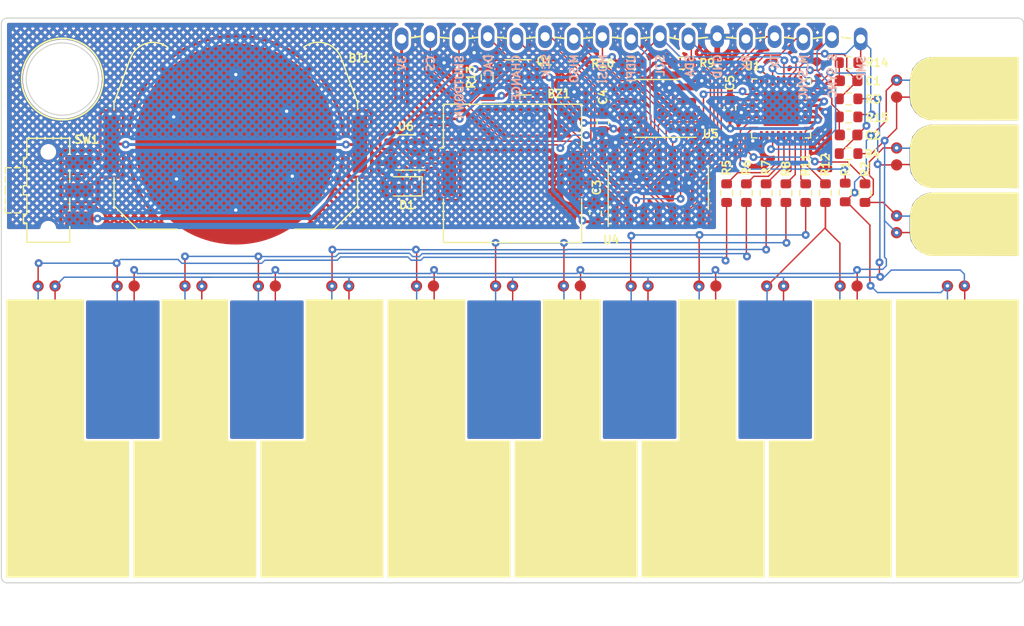
<source format=kicad_pcb>
(kicad_pcb (version 20210228) (generator pcbnew)
  (layers (0 "F.Cu" signal) (31 "B.Cu" signal) (34 "B.Paste" user) (35 "F.Paste" user) (36 "B.SilkS" user "B.Silkscreen") (37 "F.SilkS" user "F.Silkscreen") (38 "B.Mask" user) (39 "F.Mask" user) (44 "Edge.Cuts" user))
  (net 0 "")
  (net 1 "+3V0")
  (net 2 "GND")
  (net 3 "Net-(BZ1-Pad1)")
  (net 4 "Net-(C1-Pad2)")
  (net 5 "Net-(U1-Pad24)")
  (net 6 "Net-(C2-Pad2)")
  (net 7 "Net-(C2-Pad1)")
  (net 8 "VDD")
  (net 9 "SMP")
  (net 10 "S_SYNC")
  (net 11 "CHANGE")
  (net 12 "M_SYNC")
  (net 13 "DAC")
  (net 14 "MOSI")
  (net 15 "MISO")
  (net 16 "SCK")
  (net 17 "CS")
  (net 18 "VDD_ENABLED")
  (net 19 "X6")
  (net 20 "X7")
  (net 21 "Net-(U1-Pad7)")
  (net 22 "Y0")
  (net 23 "Y1")
  (net 24 "X0")
  (net 25 "Net-(R5-Pad1)")
  (net 26 "X1")
  (net 27 "Net-(R6-Pad1)")
  (net 28 "X2")
  (net 29 "Net-(R7-Pad1)")
  (net 30 "X3")
  (net 31 "Net-(R8-Pad1)")
  (net 32 "X4")
  (net 33 "Net-(R11-Pad1)")
  (net 34 "X5")
  (net 35 "Net-(R12-Pad1)")
  (net 38 "Net-(U1-Pad8)")
  (net 41 "RX")
  (net 42 "TX")
  (net 43 "SDA")
  (net 44 "SCL")
  (net 45 "SHUTDOWN")
  (net 46 "UDPI")
  (footprint "Battery:BatteryHolder_Keystone_3034_1x20mm" (layer "F.Cu") (at 123.95 96.75 180)
    (fp_text reference "BT1")
    (fp_text value "Battery_Cell")
  )
  (footprint "keys:3-buttons" (layer "F.Cu") (at 188.45 97.85)
    (fp_text reference "U3" hide)
    (fp_text value "buttons")
  )
  (footprint "Resistor_SMD:R_0603_1608Metric" (layer "F.Cu") (at 178.2 94.35 180)
    (fp_text reference "R15")
    (fp_text value "1M")
  )
  (footprint "Resistor_SMD:R_0603_1608Metric" (layer "F.Cu") (at 170.9 101.1 -90)
    (fp_text reference "R7")
    (fp_text value "1K")
  )
  (footprint "Package_SO:SOIC-14_3.9x8.7mm_P1.27mm" (layer "F.Cu") (at 161.35 100.6 90)
    (fp_text reference "U4")
    (fp_text value "ATtiny1614-SS")
  )
  (footprint "Resistor_SMD:R_0603_1608Metric" (layer "F.Cu") (at 146.2 90.85 -90)
    (fp_text reference "R13")
    (fp_text value "10k")
  )
  (footprint "Resistor_SMD:R_0603_1608Metric" (layer "F.Cu") (at 174.4 101.1 -90)
    (fp_text reference "R11")
    (fp_text value "1K")
  )
  (footprint "Capacitor_SMD:C_0603_1608Metric" (layer "F.Cu") (at 156.45 94.85 90)
    (fp_text reference "C4")
    (fp_text value "0.1uF")
  )
  (footprint "Capacitor_SMD:C_0603_1608Metric" (layer "F.Cu") (at 178.2 91.15)
    (fp_text reference "C1")
    (fp_text value "4.7n")
  )
  (footprint "Resistor_SMD:R_0603_1608Metric" (layer "F.Cu") (at 169.15 101.1 -90)
    (fp_text reference "R6")
    (fp_text value "1K")
  )
  (footprint "Resistor_SMD:R_0603_1608Metric" (layer "F.Cu") (at 167.4 101.1 -90)
    (fp_text reference "R5")
    (fp_text value "1K")
  )
  (footprint "Capacitor_SMD:C_0603_1608Metric" (layer "F.Cu") (at 167.7 93.6 90)
    (fp_text reference "C5")
    (fp_text value "0.1uF")
  )
  (footprint "Resistor_SMD:R_0603_1608Metric" (layer "F.Cu") (at 178.2 89.55 180)
    (fp_text reference "R14")
    (fp_text value "1M")
  )
  (footprint "Package_TO_SOT_SMD:SOT-23-5" (layer "F.Cu") (at 138.9 97.5 180)
    (fp_text reference "U6")
    (fp_text value "MCP6001R")
  )
  (footprint "Package_TO_SOT_SMD:SOT-23" (layer "F.Cu") (at 149.45 90.85)
    (fp_text reference "Q1")
    (fp_text value "DMG2301L")
  )
  (footprint "Package_DFN_QFN:QFN-32-1EP_5x5mm_P0.5mm_EP3.1x3.1mm" (layer "F.Cu") (at 172.225 93.6)
    (fp_text reference "U1")
    (fp_text value "QT60160")
  )
  (footprint "Diode_SMD:D_SOD-323" (layer "F.Cu") (at 138.95 100.5 180)
    (fp_text reference "D1")
    (fp_text value "3.3V")
  )
  (footprint "Resistor_SMD:R_0603_1608Metric" (layer "F.Cu") (at 178.2 92.75 180)
    (fp_text reference "R3")
    (fp_text value "1K")
  )
  (footprint "Resistor_SMD:R_0603_1608Metric" (layer "F.Cu") (at 179.65 101.1 -90)
    (fp_text reference "R2")
    (fp_text value "1K")
  )
  (footprint "keys:13-keys" (layer "F.Cu") (at 148.45 122.82)
    (fp_text reference "U2" hide)
    (fp_text value "keyboard")
  )
  (footprint "Resistor_SMD:R_0603_1608Metric" (layer "F.Cu") (at 172.65 101.1 -90)
    (fp_text reference "R8")
    (fp_text value "1K")
  )
  (footprint "Buzzer_Beeper:Buzzer_Murata_PKLCS1212E" (layer "F.Cu") (at 148.45 99.35)
    (fp_text reference "BZ1")
    (fp_text value "Buzzer")
  )
  (footprint "Resistor_SMD:R_0603_1608Metric" (layer "F.Cu") (at 163.45 89.6 180)
    (fp_text reference "R9")
    (fp_text value "10k")
  )
  (footprint "keys:01x17_custom" (layer "F.Cu") (at 158.95 87.35)
    (fp_text reference "J1" hide)
    (fp_text value "Conn_01x17")
  )
  (footprint "Resistor_SMD:R_0603_1608Metric" (layer "F.Cu") (at 177.9 101.04 90)
    (fp_text reference "R1")
    (fp_text value "1K")
  )
  (footprint "Resistor_SMD:R_0603_1608Metric" (layer "F.Cu") (at 158.95 89.6)
    (fp_text reference "R10")
    (fp_text value "10k")
  )
  (footprint "Button_Switch_SMD:SW_SPDT_CK-JS102011SAQN" (layer "F.Cu") (at 107.35 100.85 -90)
    (fp_text reference "SW1")
    (fp_text value "SW_SPDT")
  )
  (footprint "Resistor_SMD:R_0603_1608Metric" (layer "F.Cu") (at 178.2 97.6 180)
    (fp_text reference "R4")
    (fp_text value "1K")
  )
  (footprint "Package_SO:SOP-8_3.9x4.9mm_P1.27mm" (layer "F.Cu") (at 161.25 93.6 180)
    (fp_text reference "U5")
    (fp_text value "MX25V1606")
  )
  (footprint "Capacitor_SMD:C_0603_1608Metric" (layer "F.Cu") (at 155.8 102.85 90)
    (fp_text reference "C3")
    (fp_text value "0.1uF")
  )
  (footprint "Resistor_SMD:R_0603_1608Metric" (layer "F.Cu") (at 176.15 101.1 -90)
    (fp_text reference "R12")
    (fp_text value "1K")
  )
  (footprint "Capacitor_SMD:C_0603_1608Metric" (layer "F.Cu") (at 178.2 95.95)
    (fp_text reference "C2")
    (fp_text value "4.7n")
  )
  (gr_line (start 162.3 87.3) (end 163.2 87.5) (layer "F.SilkS") (width 0.15))
  (gr_line (start 142 87.3) (end 142.9 87.4) (layer "F.SilkS") (width 0.15))
  (gr_line (start 167.4 87.3) (end 168.3 87.4) (layer "F.SilkS") (width 0.15))
  (gr_line (start 154.7 87.4) (end 155.6 87.3) (layer "F.SilkS") (width 0.15))
  (gr_line (start 175.1 87.4) (end 175.9 87.3) (layer "F.SilkS") (width 0.15))
  (gr_line (start 170 87.4) (end 170.8 87.3) (layer "F.SilkS") (width 0.15))
  (gr_line (start 157.3 87.3) (end 158.1 87.4) (layer "F.SilkS") (width 0.15))
  (gr_line (start 144.6 87.4) (end 145.4 87.3) (layer "F.SilkS") (width 0.15))
  (gr_line (start 152.2 87.3) (end 153 87.4) (layer "F.SilkS") (width 0.15))
  (gr_line (start 177.6 87.3) (end 178.4 87.4) (layer "F.SilkS") (width 0.15))
  (gr_line (start 149.6 87.4) (end 150.5 87.3) (layer "F.SilkS") (width 0.15))
  (gr_line (start 147.1 87.3) (end 148 87.4) (layer "F.SilkS") (width 0.15))
  (gr_line (start 139.45 87.35) (end 140.4 87.2) (layer "F.SilkS") (width 0.15))
  (gr_line (start 164.9 87.4) (end 165.7 87.3) (layer "F.SilkS") (width 0.15))
  (gr_circle (center 108.6 91) (end 112.205551 91) (layer "F.SilkS") (width 0.15) (fill none))
  (gr_line (start 159.8 87.4) (end 160.7 87.3) (layer "F.SilkS") (width 0.15))
  (gr_line (start 172.5 87.3) (end 173.3 87.4) (layer "F.SilkS") (width 0.15))
  (gr_arc (start 193.2 86.1) (end 193.7 86.1) (angle -90) (layer "Edge.Cuts") (width 0.1))
  (gr_arc (start 103.7 135.1) (end 103.2 135.1) (angle -90) (layer "Edge.Cuts") (width 0.1))
  (gr_line (start 103.7 85.6) (end 193.2 85.6) (layer "Edge.Cuts") (width 0.1))
  (gr_line (start 103.2 135.1) (end 103.2 86.1) (layer "Edge.Cuts") (width 0.1))
  (gr_line (start 193.7 86.1) (end 193.7 135.1) (layer "Edge.Cuts") (width 0.1))
  (gr_arc (start 193.2 135.1) (end 193.2 135.6) (angle -90) (layer "Edge.Cuts") (width 0.1))
  (gr_circle (center 108.6 91) (end 111.8 91) (layer "Edge.Cuts") (width 0.1) (fill none))
  (gr_line (start 193.2 135.6) (end 103.7 135.6) (layer "Edge.Cuts") (width 0.1))
  (gr_arc (start 103.7 86.1) (end 103.7 85.6) (angle -90) (layer "Edge.Cuts") (width 0.1))
  (gr_text "3V" (at 138.65 89.6 90) (layer "B.SilkS") (effects (font (size 0.7 0.7)) (justify mirror)))
  (gr_text "M_SYNC" (at 174.2 90.86 90) (layer "B.SilkS") (effects (font (size 0.7 0.7)) (justify mirror)))
  (gr_text "CS" (at 141.2 89.63 90) (layer "B.SilkS") (effects (font (size 0.7 0.7)) (justify mirror)))
  (gr_text "SHUTDOWN" (at 143.74 91.73 90) (layer "B.SilkS") (effects (font (size 0.7 0.7)) (justify mirror)))
  (gr_text "MOSI" (at 156.45 90.1 90) (layer "B.SilkS") (effects (font (size 0.7 0.7)) (justify mirror)))
  (gr_text "SDA" (at 164.14 89.83 90) (layer "B.SilkS") (effects (font (size 0.7 0.7)) (justify mirror)))
  (gr_text "CHANGE" (at 148.78 90.9 90) (layer "B.SilkS") (effects (font (size 0.7 0.7)) (justify mirror)))
  (gr_text "SCL" (at 161.53 89.79 90) (layer "B.SilkS") (effects (font (size 0.7 0.7)) (justify mirror)))
  (gr_text "SCK" (at 151.42 89.83 90) (layer "B.SilkS") (effects (font (size 0.7 0.7)) (justify mirror)))
  (gr_text "GND" (at 166.61 89.89 90) (layer "B.SilkS") (effects (font (size 0.7 0.7)) (justify mirror)))
  (gr_text "SMP" (at 179.33 90.03 90) (layer "B.SilkS") (effects (font (size 0.7 0.7)) (justify mirror)))
  (gr_text "RX" (at 169.14 89.55 90) (layer "B.SilkS") (effects (font (size 0.7 0.7)) (justify mirror)))
  (gr_text "TX" (at 171.68 89.47 90) (layer "B.SilkS") (effects (font (size 0.7 0.7)) (justify mirror)))
  (gr_text "S_SYNC" (at 176.78 90.71 90) (layer "B.SilkS") (effects (font (size 0.7 0.7)) (justify mirror)))
  (gr_text "DAC" (at 146.31 89.81 90) (layer "B.SilkS") (effects (font (size 0.7 0.7)) (justify mirror)))
  (gr_text "MISO" (at 153.91 90.08 90) (layer "B.SilkS") (effects (font (size 0.7 0.7)) (justify mirror)))
  (gr_text "UDPI" (at 158.96 90.06 90) (layer "B.SilkS") (effects (font (size 0.7 0.7)) (justify mirror)))
  (segment (start 133.7 96.8) (end 134.885 96.8) (width 0.254) (layer "F.Cu") (net 1))
  (segment (start 138.63 87.45) (end 138.63 93.055) (width 0.254) (layer "F.Cu") (net 1))
  (segment (start 112.965 97.985) (end 112.965 96.75) (width 0.254) (layer "F.Cu") (net 1))
  (segment (start 110.1 100.85) (end 112.965 97.985) (width 0.254) (layer "F.Cu") (net 1))
  (segment (start 114.15 96.75) (end 114.2 96.8) (width 0.254) (layer "F.Cu") (net 1))
  (segment (start 112.965 96.75) (end 114.15 96.75) (width 0.254) (layer "F.Cu") (net 1))
  (segment (start 138.63 93.055) (end 134.935 96.75) (width 0.254) (layer "F.Cu") (net 1))
  (segment (start 134.885 96.8) (end 134.935 96.75) (width 0.254) (layer "F.Cu") (net 1))
  (via (at 133.7 96.8) (size 0.7) (drill 0.3) (layers "F.Cu" "B.Cu") (net 1))
  (via (at 114.2 96.8) (size 0.7) (drill 0.3) (layers "F.Cu" "B.Cu") (net 1))
  (segment (start 114.2 96.8) (end 133.7 96.8) (width 0.254) (layer "B.Cu") (net 1))
  (segment (start 170.05152 96.80152) (end 169.72 96.47) (width 0.254) (layer "F.Cu") (net 2))
  (segment (start 175.40773 93.35) (end 174.6625 93.35) (width 0.254) (layer "F.Cu") (net 2))
  (segment (start 170.975 96.0375) (end 170.975 96.53223) (width 0.254) (layer "F.Cu") (net 2))
  (segment (start 137.7625 98.45) (end 137.7625 100.3625) (width 0.254) (layer "F.Cu") (net 2))
  (segment (start 170.975 96.53223) (end 170.70571 96.80152) (width 0.254) (layer "F.Cu") (net 2))
  (segment (start 167.69 91.41) (end 167.7 91.42) (width 0.254) (layer "F.Cu") (net 2))
  (segment (start 163.875 91.695) (end 162.415 91.695) (width 0.254) (layer "F.Cu") (net 2))
  (segment (start 169.7625 92.825) (end 169.7875 92.85) (width 0.254) (layer "F.Cu") (net 2))
  (segment (start 169.7875 93.85) (end 168.83 93.85) (width 0.254) (layer "F.Cu") (net 2))
  (segment (start 169.7875 92.85) (end 167.725 92.85) (width 0.254) (layer "F.Cu") (net 2))
  (segment (start 166.57 89.83) (end 166.56 89.84) (width 0.127) (layer "F.Cu") (net 2))
  (segment (start 162.415 91.695) (end 162.34 91.77) (width 0.254) (layer "F.Cu") (net 2))
  (segment (start 164.42 91.15) (end 165.2 91.15) (width 0.254) (layer "F.Cu") (net 2))
  (segment (start 155.8 102.075) (end 155.8 101.1) (width 0.254) (layer "F.Cu") (net 2))
  (segment (start 175.984875 93.927145) (end 175.40773 93.35) (width 0.254) (layer "F.Cu") (net 2))
  (segment (start 167.7 91.42) (end 167.7 92.825) (width 0.254) (layer "F.Cu") (net 2))
  (segment (start 156.45 94.075) (end 156.45 93.01) (width 0.254) (layer "F.Cu") (net 2))
  (segment (start 155.8 101.1) (end 155.8 100.87) (width 0.254) (layer "F.Cu") (net 2))
  (segment (start 176.152855 93.927145) (end 175.984875 93.927145) (width 0.254) (layer "F.Cu") (net 2))
  (segment (start 166.620011 87.300011) (end 166.57 87.25) (width 0.127) (layer "F.Cu") (net 2))
  (segment (start 167.725 92.85) (end 167.7 92.825) (width 0.254) (layer "F.Cu") (net 2))
  (segment (start 157.54 96.65) (end 157.57 96.62) (width 0.254) (layer "F.Cu") (net 2))
  (segment (start 157.54 98.125) (end 157.54 96.65) (width 0.254) (layer "F.Cu") (net 2))
  (segment (start 170.70571 96.80152) (end 170.05152 96.80152) (width 0.254) (layer "F.Cu") (net 2))
  (segment (start 168.83 93.85) (end 168.8 93.88) (width 0.254) (layer "F.Cu") (net 2))
  (segment (start 137.7625 100.3625) (end 137.9 100.5) (width 0.254) (layer "F.Cu") (net 2))
  (segment (start 163.875 91.695) (end 164.42 91.15) (width 0.254) (layer "F.Cu") (net 2))
  (segment (start 166.57 87.25) (end 166.57 89.83) (width 0.254) (layer "F.Cu") (net 2))
  (segment (start 155.8 101.1) (end 154.05 99.35) (width 0.254) (layer "F.Cu") (net 2))
  (via (at 159.4 99.65) (size 0.7) (drill 0.3) (layers "F.Cu" "B.Cu") (net 2))
  (via (at 167.77 96.38) (size 0.7) (drill 0.3) (layers "F.Cu" "B.Cu") (net 2))
  (via (at 156.45 93.01) (size 0.7) (drill 0.3) (layers "F.Cu" "B.Cu") (net 2))
  (via (at 167.69 91.41) (size 0.7) (drill 0.3) (layers "F.Cu" "B.Cu") (net 2))
  (via (at 118.7 99.85) (size 0.7) (drill 0.3) (layers "F.Cu" "B.Cu") (net 2))
  (via (at 156.09 90.54) (size 0.7) (drill 0.3) (layers "F.Cu" "B.Cu") (net 2))
  (via (at 123.95 102.6) (size 0.7) (drill 0.3) (layers "F.Cu" "B.Cu") (net 2))
  (via (at 128.95 99.6) (size 0.7) (drill 0.3) (layers "F.Cu" "B.Cu") (net 2))
  (via (at 128.45 93.85) (size 0.7) (drill 0.3) (layers "F.Cu" "B.Cu") (net 2))
  (via (at 164.09 100.2) (size 0.7) (drill 0.3) (layers "F.Cu" "B.Cu") (net 2))
  (via (at 118.45 94.35) (size 0.7) (drill 0.3) (layers "F.Cu" "B.Cu") (net 2))
  (via (at 144.09 95.87) (size 0.7) (drill 0.3) (layers "F.Cu" "B.Cu") (net 2))
  (via (at 155.8 100.87) (size 0.7) (drill 0.3) (layers "F.Cu" "B.Cu") (net 2))
  (via (at 165.3 95.25) (size 0.7) (drill 0.3) (layers "F.Cu" "B.Cu") (net 2))
  (via (at 168.702657 93.960613) (size 0.7) (drill 0.3) (layers "F.Cu" "B.Cu") (net 2))
  (via (at 166.56 89.84) (size 0.7) (drill 0.3) (layers "F.Cu" "B.Cu") (net 2))
  (via (at 153.9 92.14) (size 0.7) (drill 0.3) (layers "F.Cu" "B.Cu") (net 2))
  (via (at 165.82 100.9) (size 0.7) (drill 0.3) (layers "F.Cu" "B.Cu") (net 2))
  (via (at 176.152855 93.927145) (size 0.7) (drill 0.3) (layers "F.Cu" "B.Cu") (net 2))
  (via (at 137.7625 99.4825) (size 0.7) (drill 0.3) (layers "F.Cu" "B.Cu") (net 2))
  (via (at 149.91 94.45) (size 0.7) (drill 0.3) (layers "F.Cu" "B.Cu") (net 2))
  (via (at 142.39 89.56) (size 0.7) (drill 0.3) (layers "F.Cu" "B.Cu") (net 2))
  (via (at 145.05 88.67) (size 0.7) (drill 0.3) (layers "F.Cu" "B.Cu") (net 2))
  (via (at 123.95 90.6) (size 0.7) (drill 0.3) (layers "F.Cu" "B.Cu") (net 2))
  (via (at 162.27 100.15) (size 0.7) (drill 0.3) (layers "F.Cu" "B.Cu") (net 2))
  (via (at 162.34 91.77) (size 0.7) (drill 0.3) (layers "F.Cu" "B.Cu") (net 2))
  (via (at 169.72 96.47) (size 0.7) (drill 0.3) (layers "F.Cu" "B.Cu") (net 2))
  (via (at 157.57 96.62) (size 0.7) (drill 0.3) (layers "F.Cu" "B.Cu") (net 2))
  (via (at 165.2 91.15) (size 0.7) (drill 0.3) (layers "F.Cu" "B.Cu") (net 2))
  (segment (start 139.6625 98.45) (end 140.0375 98.45) (width 0.127) (layer "F.Cu") (net 3))
  (segment (start 137.7625 96.55) (end 139.6625 98.45) (width 0.127) (layer "F.Cu") (net 3))
  (segment (start 141.95 98.45) (end 142.85 99.35) (width 0.127) (layer "F.Cu") (net 3))
  (segment (start 140.0375 100.4625) (end 140 100.5) (width 0.127) (layer "F.Cu") (net 3))
  (segment (start 140.0375 98.45) (end 140.0375 100.4625) (width 0.127) (layer "F.Cu") (net 3))
  (segment (start 140.0375 98.45) (end 141.95 98.45) (width 0.127) (layer "F.Cu") (net 3))
  (segment (start 177.77386 88.81198) (end 178.03802 89.07614) (width 0.127) (layer "F.Cu") (net 4))
  (segment (start 178.03802 89.07614) (end 178.03802 90.21302) (width 0.127) (layer "F.Cu") (net 4))
  (segment (start 170.975 90.717957) (end 170.975 91.1625) (width 0.127) (layer "F.Cu") (net 4))
  (segment (start 174.778102 90.218102) (end 175.570018 90.218102) (width 0.127) (layer "F.Cu") (net 4))
  (segment (start 175.570018 90.218102) (end 176.97614 88.81198) (width 0.127) (layer "F.Cu") (net 4))
  (segment (start 177.375 92.75) (end 178.975 91.15) (width 0.127) (layer "F.Cu") (net 4))
  (segment (start 178.03802 90.21302) (end 178.975 91.15) (width 0.127) (layer "F.Cu") (net 4))
  (segment (start 176.97614 88.81198) (end 177.77386 88.81198) (width 0.127) (layer "F.Cu") (net 4))
  (segment (start 170.4005 90.143457) (end 170.975 90.717957) (width 0.127) (layer "F.Cu") (net 4))
  (via (at 174.778102 90.218102) (size 0.7) (drill 0.3) (layers "F.Cu" "B.Cu") (net 4))
  (via (at 170.4005 90.143457) (size 0.7) (drill 0.3) (layers "F.Cu" "B.Cu") (net 4))
  (segment (start 171.62606 89.36606) (end 172.223011 89.963011) (width 0.127) (layer "B.Cu") (net 4))
  (segment (start 170.4005 90.143457) (end 171.177897 89.36606) (width 0.127) (layer "B.Cu") (net 4))
  (segment (start 174.523011 89.963011) (end 174.778102 90.218102) (width 0.127) (layer "B.Cu") (net 4))
  (segment (start 172.223011 89.963011) (end 174.523011 89.963011) (width 0.127) (layer "B.Cu") (net 4))
  (segment (start 171.177897 89.36606) (end 171.62606 89.36606) (width 0.127) (layer "B.Cu") (net 4))
  (segment (start 176.725 91.85) (end 177.425 91.15) (width 0.127) (layer "F.Cu") (net 5))
  (segment (start 174.6625 91.85) (end 176.725 91.85) (width 0.127) (layer "F.Cu") (net 5))
  (segment (start 177.375 91.1) (end 177.425 91.15) (width 0.127) (layer "F.Cu") (net 5))
  (segment (start 177.375 89.55) (end 177.375 91.1) (width 0.127) (layer "F.Cu") (net 5))
  (segment (start 179.776787 95.148213) (end 178.975 95.95) (width 0.127) (layer "F.Cu") (net 6))
  (segment (start 175.842772 91.17) (end 174.66 91.17) (width 0.127) (layer "F.Cu") (net 6))
  (segment (start 178.975 96) (end 177.375 97.6) (width 0.127) (layer "F.Cu") (net 6))
  (segment (start 178.975 95.95) (end 178.975 96) (width 0.127) (layer "F.Cu") (net 6))
  (segment (start 179.776787 95.139336) (end 179.776787 95.148213) (width 0.127) (layer "F.Cu") (net 6))
  (segment (start 171.475 90.081914) (end 171.475 91.1625) (width 0.127) (layer "F.Cu") (net 6))
  (segment (start 176.580025 90.432747) (end 175.842772 91.17) (width 0.127) (layer "F.Cu") (net 6))
  (segment (start 171.456543 90.063457) (end 171.475 90.081914) (width 0.127) (layer "F.Cu") (net 6))
  (via (at 176.580025 90.432747) (size 0.7) (drill 0.3) (layers "F.Cu" "B.Cu") (net 6))
  (via (at 171.456543 90.063457) (size 0.7) (drill 0.3) (layers "F.Cu" "B.Cu") (net 6))
  (via (at 179.776787 95.139336) (size 0.7) (drill 0.3) (layers "F.Cu" "B.Cu") (net 6))
  (via (at 174.66 91.17) (size 0.7) (drill 0.3) (layers "F.Cu" "B.Cu") (net 6))
  (segment (start 174.020852 90.530852) (end 174.66 91.17) (width 0.127) (layer "B.Cu") (net 6))
  (segment (start 171.923938 90.530852) (end 174.020852 90.530852) (width 0.127) (layer "B.Cu") (net 6))
  (segment (start 171.456543 90.063457) (end 171.923938 90.530852) (width 0.127) (layer "B.Cu") (net 6))
  (segment (start 179.65 95.012549) (end 179.776787 95.139336) (width 0.127) (layer "B.Cu") (net 6))
  (segment (start 176.580025 90.432747) (end 176.617278 90.47) (width 0.127) (layer "B.Cu") (net 6))
  (segment (start 179.65 90.47) (end 179.65 95.012549) (width 0.127) (layer "B.Cu") (net 6))
  (segment (start 176.617278 90.47) (end 179.65 90.47) (width 0.127) (layer "B.Cu") (net 6))
  (segment (start 177.375 95.9) (end 177.425 95.95) (width 0.127) (layer "F.Cu") (net 7))
  (segment (start 176.71198 93.22386) (end 176.71198 92.72198) (width 0.127) (layer "F.Cu") (net 7))
  (segment (start 176.34 92.35) (end 174.6625 92.35) (width 0.127) (layer "F.Cu") (net 7))
  (segment (start 176.71198 92.72198) (end 176.34 92.35) (width 0.127) (layer "F.Cu") (net 7))
  (segment (start 177.375 94.35) (end 177.375 95.9) (width 0.127) (layer "F.Cu") (net 7))
  (segment (start 177.375 93.88688) (end 176.71198 93.22386) (width 0.127) (layer "F.Cu") (net 7))
  (segment (start 177.375 94.35) (end 177.375 93.88688) (width 0.127) (layer "F.Cu") (net 7))
  (segment (start 175.118994 93.85) (end 175.759607 94.490613) (width 0.254) (layer "F.Cu") (net 8))
  (segment (start 169.35 94.35) (end 169.126387 94.573613) (width 0.127) (layer "F.Cu") (net 8))
  (segment (start 160.91188 89.6) (end 161.36 89.6) (width 0.254) (layer "F.Cu") (net 8))
  (segment (start 146.95152 89.27348) (end 149.304454 89.27348) (width 0.254) (layer "F.Cu") (net 8))
  (segment (start 167.7 94.08704) (end 167.7 94.375) (width 0.127) (layer "F.Cu") (net 8))
  (segment (start 169.126387 94.573613) (end 167.898613 94.573613) (width 0.127) (layer "F.Cu") (net 8))
  (segment (start 167.7 95.35) (end 167.73 95.38) (width 0.254) (layer "F.Cu") (net 8))
  (segment (start 158.125 89.6) (end 158.92652 90.40152) (width 0.254) (layer "F.Cu") (net 8))
  (segment (start 158.125 89.6) (end 157.82 89.6) (width 0.254) (layer "F.Cu") (net 8))
  (segment (start 146.105 90.12) (end 146.2 90.025) (width 0.254) (layer "F.Cu") (net 8))
  (segment (start 175.48 94.62) (end 175.25 94.85) (width 0.254) (layer "F.Cu") (net 8))
  (segment (start 174.6625 93.85) (end 175.118994 93.85) (width 0.254) (layer "F.Cu") (net 8))
  (segment (start 175.21 94.35) (end 174.6625 94.35) (width 0.254) (layer "F.Cu") (net 8))
  (segment (start 169.7475 93.31) (end 168.47704 93.31) (width 0.127) (layer "F.Cu") (net 8))
  (segment (start 160.91188 89.6) (end 162.625 89.6) (width 0.254) (layer "F.Cu") (net 8))
  (segment (start 167.975 94.35) (end 167.95 94.375) (width 0.254) (layer "F.Cu") (net 8))
  (segment (start 146.2 90.025) (end 146.95152 89.27348) (width 0.254) (layer "F.Cu") (net 8))
  (segment (start 175.25 94.85) (end 174.6625 94.85) (width 0.254) (layer "F.Cu") (net 8))
  (segment (start 149.57652 89.545546) (end 149.57652 90.03652) (width 0.254) (layer "F.Cu") (net 8))
  (segment (start 161.36 89.6) (end 161.37 89.59) (width 0.254) (layer "F.Cu") (net 8))
  (segment (start 150.3875 90.85) (end 151.7 90.85) (width 0.254) (layer "F.Cu") (net 8))
  (segment (start 111.71 103.35) (end 110.1 103.35) (width 0.254) (layer "F.Cu") (net 8))
  (segment (start 155.8 103.625) (end 154.745 103.625) (width 0.254) (layer "F.Cu") (net 8))
  (segment (start 175.908967 92.85) (end 174.6625 92.85) (width 0.254) (layer "F.Cu") (net 8))
  (segment (start 149.304454 89.27348) (end 149.57652 89.545546) (width 0.254) (layer "F.Cu") (net 8))
  (segment (start 167.7 94.375) (end 167.7 95.35) (width 0.254) (layer "F.Cu") (net 8))
  (segment (start 160.91188 89.689804) (end 160.91188 89.6) (width 0.254) (layer "F.Cu") (net 8))
  (segment (start 155.8 103.625) (end 156.99 103.625) (width 0.254) (layer "F.Cu") (net 8))
  (segment (start 150.3875 90.8475) (end 150.3875 90.85) (width 0.254) (layer "F.Cu") (net 8))
  (segment (start 160.200164 90.40152) (end 160.91188 89.689804) (width 0.254) (layer "F.Cu") (net 8))
  (segment (start 175.48 94.62) (end 175.21 94.35) (width 0.254) (layer "F.Cu") (net 8))
  (segment (start 145.14 90.12) (end 146.105 90.12) (width 0.254) (layer "F.Cu") (net 8))
  (segment (start 169.7875 94.35) (end 169.35 94.35) (width 0.127) (layer "F.Cu") (net 8))
  (segment (start 176.036698 92.977731) (end 175.908967 92.85) (width 0.254) (layer "F.Cu") (net 8))
  (segment (start 169.7875 93.35) (end 169.7475 93.31) (width 0.127) (layer "F.Cu") (net 8))
  (segment (start 167.898613 94.573613) (end 167.7 94.375) (width 0.127) (layer "F.Cu") (net 8))
  (segment (start 168.47704 93.31) (end 167.7 94.08704) (width 0.127) (layer "F.Cu") (net 8))
  (segment (start 167.95 93.997238) (end 167.95 94.375) (width 0.254) (layer "F.Cu") (net 8))
  (segment (start 156.99 103.625) (end 157.54 103.075) (width 0.254) (layer "F.Cu") (net 8))
  (segment (start 149.57652 90.03652) (end 150.3875 90.8475) (width 0.254) (layer "F.Cu") (net 8))
  (segment (start 158.92652 90.40152) (end 160.200164 90.40152) (width 0.254) (layer "F.Cu") (net 8))
  (segment (start 157.82 89.6) (end 157.26 89.04) (width 0.254) (layer "F.Cu") (net 8))
  (segment (start 154.745 103.625) (end 154.65 103.53) (width 0.254) (layer "F.Cu") (net 8))
  (via (at 154.65 103.53) (size 0.7) (drill 0.3) (layers "F.Cu" "B.Cu") (net 8))
  (via (at 161.37 89.59) (size 0.7) (drill 0.3) (layers "F.Cu" "B.Cu") (net 8))
  (via (at 176.036698 92.977731) (size 0.7) (drill 0.3) (layers "F.Cu" "B.Cu") (net 8))
  (via (at 175.48 94.62) (size 0.7) (drill 0.3) (layers "F.Cu" "B.Cu") (net 8))
  (via (at 167.73 95.38) (size 0.7) (drill 0.3) (layers "F.Cu" "B.Cu") (net 8))
  (via (at 151.7 90.85) (size 0.7) (drill 0.3) (layers "F.Cu" "B.Cu") (net 8))
  (via (at 157.26 89.04) (size 0.7) (drill 0.3) (layers "F.Cu" "B.Cu") (net 8))
  (via (at 111.71 103.35) (size 0.7) (drill 0.3) (layers "F.Cu" "B.Cu") (net 8))
  (via (at 167.73 95.38) (size 0.7) (drill 0.3) (layers "F.Cu" "B.Cu") (net 8))
  (via (at 145.14 90.12) (size 0.7) (drill 0.3) (layers "F.Cu" "B.Cu") (net 8))
  (segment (start 143.77 90.12) (end 145.14 90.12) (width 0.254) (layer "B.Cu") (net 8))
  (segment (start 175.48 94.62) (end 174.72 95.38) (width 0.254) (layer "B.Cu") (net 8))
  (segment (start 167.382723 95.38) (end 167.73 95.38) (width 0.254) (layer "B.Cu") (net 8))
  (segment (start 161.37 89.59) (end 161.592723 89.59) (width 0.254) (layer "B.Cu") (net 8))
  (segment (start 175.72952 93.226698) (end 176.036698 93.226698) (width 0.254) (layer "B.Cu") (net 8))
  (segment (start 176.036698 93.226698) (end 176.036698 92.977731) (width 0.254) (layer "B.Cu") (net 8))
  (segment (start 130.54 103.35) (end 143.77 90.12) (width 0.254) (layer "B.Cu") (net 8))
  (segment (start 111.71 103.35) (end 130.54 103.35) (width 0.254) (layer "B.Cu") (net 8))
  (segment (start 157.26 89.04) (end 155.41 89.04) (width 0.254) (layer "B.Cu") (net 8))
  (segment (start 175.353342 93.602876) (end 175.72952 93.226698) (width 0.254) (layer "B.Cu") (net 8))
  (segment (start 161.592723 89.59) (end 167.382723 95.38) (width 0.254) (layer "B.Cu") (net 8))
  (segment (start 154.65 103.53) (end 152.003489 100.883489) (width 0.254) (layer "B.Cu") (net 8))
  (segment (start 152.003489 91.153489) (end 151.7 90.85) (width 0.254) (layer "B.Cu") (net 8))
  (segment (start 153.6 90.85) (end 151.7 90.85) (width 0.254) (layer "B.Cu") (net 8))
  (segment (start 174.72 95.38) (end 167.73 95.38) (width 0.254) (layer "B.Cu") (net 8))
  (segment (start 175.48 94.378986) (end 175.353342 94.252328) (width 0.254) (layer "B.Cu") (net 8))
  (segment (start 152.003489 100.883489) (end 152.003489 91.153489) (width 0.254) (layer "B.Cu") (net 8))
  (segment (start 175.48 94.62) (end 175.48 94.378986) (width 0.254) (layer "B.Cu") (net 8))
  (segment (start 175.353342 94.252328) (end 175.353342 93.602876) (width 0.254) (layer "B.Cu") (net 8))
  (segment (start 155.41 89.04) (end 153.6 90.85) (width 0.254) (layer "B.Cu") (net 8))
  (segment (start 173.86652 90.327824) (end 173.475 90.719344) (width 0.127) (layer "F.Cu") (net 9))
  (segment (start 176.089957 88.756957) (end 175.053043 88.756957) (width 0.127) (layer "F.Cu") (net 9))
  (segment (start 173.475 90.719344) (end 173.475 91.1625) (width 0.127) (layer "F.Cu") (net 9))
  (segment (start 179.27 89.305) (end 179.025 89.55) (width 0.127) (layer "F.Cu") (net 9))
  (segment (start 180.263 94.14) (end 179.235 94.14) (width 0.127) (layer "F.Cu") (net 9))
  (segment (start 179.235 94.14) (end 179.025 94.35) (width 0.127) (layer "F.Cu") (net 9))
  (segment (start 175.053043 88.756957) (end 173.86652 89.94348) (width 0.127) (layer "F.Cu") (net 9))
  (segment (start 179.27 87.45) (end 179.27 89.305) (width 0.127) (layer "F.Cu") (net 9))
  (segment (start 173.86652 89.94348) (end 173.86652 90.327824) (width 0.127) (layer "F.Cu") (net 9))
  (via (at 176.089957 88.756957) (size 0.7) (drill 0.3) (layers "F.Cu" "B.Cu") (net 9))
  (via (at 180.263 94.14) (size 0.7) (drill 0.3) (layers "F.Cu" "B.Cu") (net 9))
  (segment (start 180.263 94.14) (end 180.16 94.037) (width 0.127) (layer "B.Cu") (net 9))
  (segment (start 180.16 94.037) (end 180.16 88.34) (width 0.127) (layer "B.Cu") (net 9))
  (segment (start 176.089957 88.756957) (end 177.963043 88.756957) (width 0.127) (layer "B.Cu") (net 9))
  (segment (start 177.963043 88.756957) (end 179.27 87.45) (width 0.127) (layer "B.Cu") (net 9))
  (segment (start 180.16 88.34) (end 179.27 87.45) (width 0.127) (layer "B.Cu") (net 9))
  (segment (start 171.475 97.065) (end 171.475 96.0375) (width 0.127) (layer "F.Cu") (net 10))
  (segment (start 176.73 87.47) (end 176.73 87.25) (width 0.127) (layer "F.Cu") (net 10))
  (segment (start 171.33 97.21) (end 171.475 97.065) (width 0.127) (layer "F.Cu") (net 10))
  (segment (start 176.73 87.25) (end 176.73 87.255) (width 0.127) (layer "F.Cu") (net 10))
  (via (at 171.33 97.21) (size 0.7) (drill 0.3) (layers "F.Cu" "B.Cu") (net 10))
  (segment (start 171.33 97.21) (end 175.32 97.21) (width 0.127) (layer "B.Cu") (net 10))
  (segment (start 175.41 88.57) (end 176.73 87.25) (width 0.127) (layer "B.Cu") (net 10))
  (segment (start 177.046384 95.483616) (end 177.046384 91.898171) (width 0.127) (layer "B.Cu") (net 10))
  (segment (start 175.41 90.261787) (end 175.41 88.57) (width 0.127) (layer "B.Cu") (net 10))
  (segment (start 175.32 97.21) (end 177.046384 95.483616) (width 0.127) (layer "B.Cu") (net 10))
  (segment (start 177.046384 91.898171) (end 175.41 90.261787) (width 0.127) (layer "B.Cu") (net 10))
  (segment (start 160.24 100.35) (end 160.691172 100.35) (width 0.127) (layer "F.Cu") (net 11))
  (segment (start 155.892571 98.420551) (end 155.892571 96.239809) (width 0.127) (layer "F.Cu") (net 11))
  (segment (start 169.080128 92.35) (end 169.7875 92.35) (width 0.127) (layer "F.Cu") (net 11))
  (segment (start 162.62 103.075) (end 162.62 102.73) (width 0.127) (layer "F.Cu") (net 11))
  (segment (start 165.35396 94.172212) (end 165.35396 92.35) (width 0.127) (layer "F.Cu") (net 11))
  (segment (start 168.812018 92.08189) (end 169.080128 92.35) (width 0.127) (layer "F.Cu") (net 11))
  (segment (start 162.05 98.991172) (end 162.05 95.15) (width 0.127) (layer "F.Cu") (net 11))
  (segment (start 155.71198 91.61198) (end 152.61302 88.51302) (width 0.127) (layer "F.Cu") (net 11))
  (segment (start 149.85302 88.51302) (end 148.79 87.45) (width 0.127) (layer "F.Cu") (net 11))
  (segment (start 157.822031 100.350011) (end 155.892571 98.420551) (width 0.127) (layer "F.Cu") (net 11))
  (segment (start 160.691172 100.35) (end 162.05 98.991172) (width 0.127) (layer "F.Cu") (net 11))
  (segment (start 152.61302 88.51302) (end 149.85302 88.51302) (width 0.127) (layer "F.Cu") (net 11))
  (segment (start 162.40198 94.79802) (end 164.728152 94.79802) (width 0.127) (layer "F.Cu") (net 11))
  (segment (start 164.728152 94.79802) (end 165.35396 94.172212) (width 0.127) (layer "F.Cu") (net 11))
  (segment (start 162.05 95.15) (end 162.40198 94.79802) (width 0.127) (layer "F.Cu") (net 11))
  (segment (start 155.892571 96.239809) (end 155.71198 96.059218) (width 0.127) (layer "F.Cu") (net 11))
  (segment (start 160.239989 100.350011) (end 157.822031 100.350011) (width 0.127) (layer "F.Cu") (net 11))
  (segment (start 160.24 100.35) (end 160.239989 100.350011) (width 0.127) (layer "F.Cu") (net 11))
  (segment (start 162.62 102.73) (end 160.24 100.35) (width 0.127) (layer "F.Cu") (net 11))
  (segment (start 155.71198 96.059218) (end 155.71198 91.61198) (width 0.127) (layer "F.Cu") (net 11))
  (via (at 165.35396 92.35) (size 0.7) (drill 0.3) (layers "F.Cu" "B.Cu") (net 11))
  (via (at 168.812018 92.08189) (size 0.7) (drill 0.3) (layers "F.Cu" "B.Cu") (net 11))
  (segment (start 168.812018 92.08189) (end 168.703908 92.19) (width 0.127) (layer "B.Cu") (net 11))
  (segment (start 168.703908 92.19) (end 165.51396 92.19) (width 0.127) (layer "B.Cu") (net 11))
  (segment (start 165.51396 92.19) (end 165.35396 92.35) (width 0.127) (layer "B.Cu") (net 11))
  (segment (start 169.7875 89.8825) (end 169.7875 91.85) (width 0.127) (layer "F.Cu") (net 12))
  (segment (start 170.79 88.88) (end 169.7875 89.8825) (width 0.127) (layer "F.Cu") (net 12))
  (segment (start 173.540001 87.45) (end 172.110001 88.88) (width 0.127) (layer "F.Cu") (net 12))
  (segment (start 174.19 87.45) (end 173.540001 87.45) (width 0.127) (layer "F.Cu") (net 12))
  (segment (start 172.110001 88.88) (end 170.79 88.88) (width 0.127) (layer "F.Cu") (net 12))
  (segment (start 157.686781 100.676531) (end 155.566051 98.5558) (width 0.127) (layer "F.Cu") (net 13))
  (segment (start 155.566051 96.766051) (end 155.38546 96.58546) (width 0.127) (layer "F.Cu") (net 13))
  (segment (start 147.85 88.85) (end 146.25 87.25) (width 0.127) (layer "F.Cu") (net 13))
  (segment (start 161.35 103.075) (end 161.35 103.371172) (width 0.127) (layer "F.Cu") (net 13))
  (segment (start 155.38546 96.58546) (end 155.38546 96.194467) (width 0.127) (layer "F.Cu") (net 13))
  (segment (start 154.974342 95.965658) (end 155.156651 95.965658) (width 0.127) (layer "F.Cu") (net 13))
  (segment (start 155.156651 95.965658) (end 155.38546 96.194467) (width 0.127) (layer "F.Cu") (net 13))
  (segment (start 161.35 103.075) (end 161.35 101.92177) (width 0.127) (layer "F.Cu") (net 13))
  (segment (start 161.35 101.92177) (end 160.104761 100.676531) (width 0.127) (layer "F.Cu") (net 13))
  (segment (start 152.48823 88.85) (end 147.85 88.85) (width 0.127) (layer "F.Cu") (net 13))
  (segment (start 155.38546 96.194467) (end 155.38546 91.74723) (width 0.127) (layer "F.Cu") (net 13))
  (segment (start 160.104761 100.676531) (end 157.686781 100.676531) (width 0.127) (layer "F.Cu") (net 13))
  (segment (start 152.68 97.113) (end 152.39352 96.82652) (width 0.127) (layer "F.Cu") (net 13))
  (segment (start 140.31402 96.82652) (end 140.0375 96.55) (width 0.127) (layer "F.Cu") (net 13))
  (segment (start 155.566051 98.5558) (end 155.566051 96.766051) (width 0.127) (layer "F.Cu") (net 13))
  (segment (start 155.38546 91.74723) (end 152.48823 88.85) (width 0.127) (layer "F.Cu") (net 13))
  (segment (start 152.39352 96.82652) (end 140.31402 96.82652) (width 0.127) (layer "F.Cu") (net 13))
  (via (at 154.974342 95.965658) (size 0.7) (drill 0.3) (layers "F.Cu" "B.Cu") (net 13))
  (via (at 152.68 97.113) (size 0.7) (drill 0.3) (layers "F.Cu" "B.Cu") (net 13))
  (segment (start 152.68 97.08) (end 152.68 97.113) (width 0.127) (layer "B.Cu") (net 13))
  (segment (start 153.794342 95.965658) (end 152.68 97.08) (width 0.127) (layer "B.Cu") (net 13))
  (segment (start 154.974342 95.965658) (end 153.794342 95.965658) (width 0.127) (layer "B.Cu") (net 13))
  (segment (start 162.215 94.235) (end 161.35 95.1) (width 0.127) (layer "F.Cu") (net 14))
  (segment (start 156.41 87.25) (end 156.91188 87.25) (width 0.127) (layer "F.Cu") (net 14))
  (segment (start 156.41 87.25) (end 156.41 89.46823) (width 0.127) (layer "F.Cu") (net 14))
  (segment (start 162.581172 94.235) (end 163.875 94.235) (width 0.127) (layer "F.Cu") (net 14))
  (segment (start 158.07375 91.13198) (end 159.478152 91.13198) (width 0.127) (layer "F.Cu") (net 14))
  (segment (start 163.875 94.235) (end 162.215 94.235) (width 0.127) (layer "F.Cu") (net 14))
  (segment (start 161.35 95.1) (end 161.35 98.125) (width 0.127) (layer "F.Cu") (net 14))
  (segment (start 159.478152 91.13198) (end 162.581172 94.235) (width 0.127) (layer "F.Cu") (net 14))
  (segment (start 156.41 89.46823) (end 158.07375 91.13198) (width 0.127) (layer "F.Cu") (net 14))
  (segment (start 153.93 87.45) (end 158.175 91.695) (width 0.127) (layer "F.Cu") (net 15))
  (segment (start 153.87 87.45) (end 153.93 87.45) (width 0.127) (layer "F.Cu") (net 15))
  (segment (start 160.08 97.828828) (end 160.08 98.125) (width 0.127) (layer "F.Cu") (net 15))
  (segment (start 161.02348 93.26848) (end 161.02348 96.885348) (width 0.127) (layer "F.Cu") (net 15))
  (segment (start 158.175 91.695) (end 158.625 91.695) (width 0.127) (layer "F.Cu") (net 15))
  (segment (start 158.625 91.695) (end 159.45 91.695) (width 0.127) (layer "F.Cu") (net 15))
  (segment (start 159.45 91.695) (end 161.02348 93.26848) (width 0.127) (layer "F.Cu") (net 15))
  (segment (start 161.02348 96.885348) (end 160.08 97.828828) (width 0.127) (layer "F.Cu") (net 15))
  (segment (start 158.625 92.965) (end 157.535 92.965) (width 0.127) (layer "F.Cu") (net 16))
  (segment (start 159.45 92.965) (end 160.69696 94.21196) (width 0.127) (layer "F.Cu") (net 16))
  (segment (start 160.69696 94.21196) (end 160.69696 95.941868) (width 0.127) (layer "F.Cu") (net 16))
  (segment (start 151.82 87.25) (end 151.33 87.25) (width 0.127) (layer "F.Cu") (net 16))
  (segment (start 157.535 92.965) (end 151.82 87.25) (width 0.127) (layer "F.Cu") (net 16))
  (segment (start 158.625 92.965) (end 159.45 92.965) (width 0.127) (layer "F.Cu") (net 16))
  (segment (start 160.69696 95.941868) (end 158.81 97.828828) (width 0.127) (layer "F.Cu") (net 16))
  (segment (start 158.81 97.828828) (end 158.81 98.125) (width 0.127) (layer "F.Cu") (net 16))
  (segment (start 154.913011 97.233011) (end 154.18 96.5) (width 0.127) (layer "F.Cu") (net 17))
  (segment (start 158.81 102.72329) (end 154.913011 98.826301) (width 0.127) (layer "F.Cu") (net 17))
  (segment (start 154.913011 98.826301) (end 154.913011 97.233011) (width 0.127) (layer "F.Cu") (net 17))
  (segment (start 163.327 101.6) (end 163.327 97.121828) (width 0.127) (layer "F.Cu") (net 17))
  (segment (start 163.327 97.121828) (end 163.875 96.573828) (width 0.127) (layer "F.Cu") (net 17))
  (segment (start 154.18 96.5) (end 147.63823 96.5) (width 0.127) (layer "F.Cu") (net 17))
  (segment (start 159.39 101.72) (end 159.39 102.495) (width 0.127) (layer "F.Cu") (net 17))
  (segment (start 158.81 103.075) (end 158.81 102.72329) (width 0.127) (layer "F.Cu") (net 17))
  (segment (start 147.63823 96.5) (end 141.17 90.03177) (width 0.127) (layer "F.Cu") (net 17))
  (segment (start 159.39 102.495) (end 158.81 103.075) (width 0.127) (layer "F.Cu") (net 17))
  (segment (start 163.875 96.573828) (end 163.875 95.505) (width 0.127) (layer "F.Cu") (net 17))
  (segment (start 141.17 90.03177) (end 141.17 87.25) (width 0.127) (layer "F.Cu") (net 17))
  (via (at 159.39 101.72) (size 0.7) (drill 0.3) (layers "F.Cu" "B.Cu") (net 17))
  (via (at 163.327 101.6) (size 0.7) (drill 0.3) (layers "F.Cu" "B.Cu") (net 17))
  (segment (start 159.39 101.72) (end 159.51 101.6) (width 0.127) (layer "B.Cu") (net 17))
  (segment (start 159.51 101.6) (end 163.327 101.6) (width 0.127) (layer "B.Cu") (net 17))
  (segment (start 139.04848 97.17348) (end 139.04848 96.195546) (width 0.254) (layer "F.Cu") (net 18))
  (segment (start 157.39 95.4) (end 156.675 95.4) (width 0.254) (layer "F.Cu") (net 18))
  (segment (start 148.5125 91.8) (end 151.68 91.8) (width 0.254) (layer "F.Cu") (net 18))
  (segment (start 140.724026 94.52) (end 143.77 94.52) (width 0.254) (layer "F.Cu") (net 18))
  (segment (start 147.47 92.48) (end 147.8325 92.48) (width 0.254) (layer "F.Cu") (net 18))
  (segment (start 139.375 97.5) (end 139.04848 97.17348) (width 0.254) (layer "F.Cu") (net 18))
  (segment (start 147.8325 92.48) (end 148.5125 91.8) (width 0.254) (layer "F.Cu") (net 18))
  (segment (start 151.68 91.8) (end 154.76 94.88) (width 0.254) (layer "F.Cu") (net 18))
  (segment (start 139.04848 96.195546) (end 140.724026 94.52) (width 0.254) (layer "F.Cu") (net 18))
  (segment (start 140.0375 97.5) (end 139.375 97.5) (width 0.254) (layer "F.Cu") (net 18))
  (segment (start 156.675 95.4) (end 156.45 95.625) (width 0.254) (layer "F.Cu") (net 18))
  (segment (start 157.495 95.505) (end 157.39 95.4) (width 0.254) (layer "F.Cu") (net 18))
  (segment (start 158.625 95.505) (end 157.495 95.505) (width 0.254) (layer "F.Cu") (net 18))
  (via (at 143.77 94.52) (size 0.7) (drill 0.3) (layers "F.Cu" "B.Cu") (net 18))
  (via (at 157.39 95.4) (size 0.7) (drill 0.3) (layers "F.Cu" "B.Cu") (net 18))
  (via (at 147.47 92.48) (size 0.7) (drill 0.3) (layers "F.Cu" "B.Cu") (net 18))
  (via (at 154.76 94.88) (size 0.7) (drill 0.3) (layers "F.Cu" "B.Cu") (net 18))
  (segment (start 143.77 94.52) (end 145.58 92.71) (width 0.254) (layer "B.Cu") (net 18))
  (segment (start 145.58 92.71) (end 147.24 92.71) (width 0.254) (layer "B.Cu") (net 18))
  (segment (start 154.76 94.88) (end 156.87 94.88) (width 0.254) (layer "B.Cu") (net 18))
  (segment (start 156.87 94.88) (end 157.39 95.4) (width 0.254) (layer "B.Cu") (net 18))
  (segment (start 147.24 92.71) (end 147.47 92.48) (width 0.254) (layer "B.Cu") (net 18))
  (segment (start 180.086989 109.236989) (end 180.086989 103.926989) (width 0.127) (layer "F.Cu") (net 19))
  (segment (start 180.086989 103.926989) (end 178.025 101.865) (width 0.127) (layer "F.Cu") (net 19))
  (segment (start 178.025 101.865) (end 177.9 101.865) (width 0.127) (layer "F.Cu") (net 19))
  (segment (start 178.715 101.05) (end 177.9 101.865) (width 0.127) (layer "F.Cu") (net 19))
  (segment (start 180.15 109.3) (end 180.086989 109.236989) (width 0.127) (layer "F.Cu") (net 19))
  (segment (start 180.37 95.86) (end 181.53 94.7) (width 0.127) (layer "F.Cu") (net 19))
  (segment (start 181.53 92.02) (end 182.45 91.1) (width 0.127) (layer "F.Cu") (net 19))
  (segment (start 181.53 94.7) (end 181.53 92.02) (width 0.127) (layer "F.Cu") (net 19))
  (segment (start 178.73 101.05) (end 178.715 101.05) (width 0.127) (layer "F.Cu") (net 19))
  (via (at 178.73 101.05) (size 0.7) (drill 0.3) (layers "F.Cu" "B.Cu") (net 19))
  (via (at 180.15 109.3) (size 0.7) (drill 0.3) (layers "F.Cu" "B.Cu") (net 19))
  (via (at 186.95 109.31) (size 0.7) (drill 0.3) (layers "F.Cu" "B.Cu") (net 19))
  (via (at 182.45 91.1) (size 0.7) (drill 0.3) (layers "F.Cu" "B.Cu") (net 19))
  (via (at 180.181075 96.007978) (size 0.7) (drill 0.3) (layers "F.Cu" "B.Cu") (net 19))
  (segment (start 179.77 96.46) (end 180.37 95.86) (width 0.127) (layer "B.Cu") (net 19))
  (segment (start 182.45 91.1) (end 183.89 91.1) (width 0.127) (layer "B.Cu") (net 19))
  (segment (start 180.75 109.9) (end 180.15 109.3) (width 0.127) (layer "B.Cu") (net 19))
  (segment (start 186.95 109.31) (end 186.36 109.9) (width 0.127) (layer "B.Cu") (net 19))
  (segment (start 179.77 99.07) (end 179.77 96.46) (width 0.127) (layer "B.Cu") (net 19))
  (segment (start 186.36 109.9) (end 180.75 109.9) (width 0.127) (layer "B.Cu") (net 19))
  (segment (start 186.95 109.31) (end 186.95 111.04) (width 0.127) (layer "B.Cu") (net 19))
  (segment (start 178.73 100.11) (end 179.77 99.07) (width 0.127) (layer "B.Cu") (net 19))
  (segment (start 178.73 101.05) (end 178.73 100.11) (width 0.127) (layer "B.Cu") (net 19))
  (segment (start 179.65 101.925) (end 181.275 101.925) (width 0.127) (layer "F.Cu") (net 20))
  (segment (start 179.65 101.925) (end 180.38802 101.18698) (width 0.127) (layer "F.Cu") (net 20))
  (segment (start 180.04 98.33) (end 181.27 97.1) (width 0.127) (layer "F.Cu") (net 20))
  (segment (start 181.275 101.925) (end 182.45 103.1) (width 0.127) (layer "F.Cu") (net 20))
  (segment (start 181.27 97.1) (end 182.45 97.1) (width 0.127) (layer "F.Cu") (net 20))
  (segment (start 180.38802 101.18698) (end 180.38802 99.87614) (width 0.127) (layer "F.Cu") (net 20))
  (segment (start 180.04 99.52812) (end 180.04 98.33) (width 0.127) (layer "F.Cu") (net 20))
  (segment (start 180.38802 99.87614) (end 180.04 99.52812) (width 0.127) (layer "F.Cu") (net 20))
  (via (at 182.45 97.1) (size 0.7) (drill 0.3) (layers "F.Cu" "B.Cu") (net 20))
  (via (at 182.45 103.1) (size 0.7) (drill 0.3) (layers "F.Cu" "B.Cu") (net 20))
  (segment (start 182.45 103.13) (end 183.81 103.13) (width 0.127) (layer "B.Cu") (net 20))
  (segment (start 184.07 97.12) (end 182.43 97.12) (width 0.127) (layer "B.Cu") (net 20))
  (segment (start 182.45 103.13) (end 182.45 103.1) (width 0.127) (layer "B.Cu") (net 20))
  (segment (start 182.43 97.12) (end 182.45 97.1) (width 0.127) (layer "B.Cu") (net 20))
  (segment (start 168.62 98.31) (end 168.62 95.58) (width 0.127) (layer "F.Cu") (net 21))
  (segment (start 177.83 99.05) (end 177.9 99.12) (width 0.127) (layer "F.Cu") (net 21))
  (segment (start 169.236367 94.963633) (end 169.287938 94.963633) (width 0.127) (layer "F.Cu") (net 21))
  (segment (start 168.62 95.58) (end 169.236367 94.963633) (width 0.127) (layer "F.Cu") (net 21))
  (segment (start 177.9 99.12) (end 177.9 100.215) (width 0.127) (layer "F.Cu") (net 21))
  (segment (start 169.401571 94.85) (end 169.7875 94.85) (width 0.127) (layer "F.Cu") (net 21))
  (segment (start 168.83 98.52) (end 168.62 98.31) (width 0.127) (layer "F.Cu") (net 21))
  (segment (start 169.287938 94.963633) (end 169.401571 94.85) (width 0.127) (layer "F.Cu") (net 21))
  (via (at 168.83 98.52) (size 0.7) (drill 0.3) (layers "F.Cu" "B.Cu") (net 21))
  (via (at 177.83 99.05) (size 0.7) (drill 0.3) (layers "F.Cu" "B.Cu") (net 21))
  (segment (start 177.75 98.97) (end 169.28 98.97) (width 0.127) (layer "B.Cu") (net 21))
  (segment (start 169.28 98.97) (end 168.83 98.52) (width 0.127) (layer "B.Cu") (net 21))
  (segment (start 177.83 99.05) (end 177.75 98.97) (width 0.127) (layer "B.Cu") (net 21))
  (segment (start 180.930011 108.440011) (end 181 108.51) (width 0.127) (layer "F.Cu") (net 22))
  (segment (start 188.48 109.29) (end 188.48 111.03) (width 0.127) (layer "F.Cu") (net 22))
  (segment (start 160.44 109.31) (end 160.44 110.74) (width 0.127) (layer "F.Cu") (net 22))
  (segment (start 182.41 98.6) (end 182.45 98.6) (width 0.127) (layer "F.Cu") (net 22))
  (segment (start 179.025 92.75) (end 180.756 92.75) (width 0.127) (layer "F.Cu") (net 22))
  (segment (start 172.44 109.33) (end 172.44 110.74) (width 0.127) (layer "F.Cu") (net 22))
  (segment (start 180.756 92.75) (end 180.776 92.73) (width 0.127) (layer "F.Cu") (net 22))
  (segment (start 148.46 109.35) (end 148.46 110.74) (width 0.127) (layer "F.Cu") (net 22))
  (segment (start 182.41 98.6) (end 180.84 98.6) (width 0.127) (layer "F.Cu") (net 22))
  (segment (start 107.95 109.35) (end 107.95 111.05) (width 0.127) (layer "F.Cu") (net 22))
  (segment (start 180.930011 107.23) (end 180.930011 108.440011) (width 0.127) (layer "F.Cu") (net 22))
  (segment (start 182.58 98.57) (end 184.61 98.57) (width 0.127) (layer "F.Cu") (net 22))
  (segment (start 120.94 109.35) (end 120.94 111.04) (width 0.127) (layer "F.Cu") (net 22))
  (segment (start 133.97 109.33) (end 133.97 111.03) (width 0.127) (layer "F.Cu") (net 22))
  (segment (start 180.84 98.6) (end 180.776 98.536) (width 0.127) (layer "F.Cu") (net 22))
  (via (at 120.94 109.35) (size 0.7) (drill 0.3) (layers "F.Cu" "B.Cu") (net 22))
  (via (at 148.46 109.35) (size 0.7) (drill 0.3) (layers "F.Cu" "B.Cu") (net 22))
  (via (at 172.44 109.33) (size 0.7) (drill 0.3) (layers "F.Cu" "B.Cu") (net 22))
  (via (at 188.48 109.29) (size 0.7) (drill 0.3) (layers "F.Cu" "B.Cu") (net 22))
  (via (at 133.97 109.33) (size 0.7) (drill 0.3) (layers "F.Cu" "B.Cu") (net 22))
  (via (at 180.776 98.536) (size 0.7) (drill 0.3) (layers "F.Cu" "B.Cu") (net 22))
  (via (at 180.776 92.73) (size 0.7) (drill 0.3) (layers "F.Cu" "B.Cu") (net 22))
  (via (at 180.930011 107.23) (size 0.7) (drill 0.3) (layers "F.Cu" "B.Cu") (net 22))
  (via (at 181 108.51) (size 0.7) (drill 0.3) (layers "F.Cu" "B.Cu") (net 22))
  (via (at 107.95 109.35) (size 0.7) (drill 0.3) (layers "F.Cu" "B.Cu") (net 22))
  (via (at 160.44 109.31) (size 0.7) (drill 0.3) (layers "F.Cu" "B.Cu") (net 22))
  (segment (start 120.94 108.54) (end 120.94 109.35) (width 0.127) (layer "B.Cu") (net 22))
  (segment (start 133.97 108.58) (end 134.01 108.54) (width 0.127) (layer "B.Cu") (net 22))
  (segment (start 160.44 109.31) (end 160.44 108.56) (width 0.127) (layer "B.Cu") (net 22))
  (segment (start 160.44 108.56) (end 160.46 108.54) (width 0.127) (layer "B.Cu") (net 22))
  (segment (start 108.76 108.54) (end 107.95 109.35) (width 0.127) (layer "B.Cu") (net 22))
  (segment (start 148.45 108.55) (end 148.45 109.32) (width 0.127) (layer "B.Cu") (net 22))
  (segment (start 180.97 108.54) (end 172.42 108.54) (width 0.127) (layer "B.Cu") (net 22))
  (segment (start 180.97 107.190011) (end 180.97 98.73) (width 0.127) (layer "B.Cu") (net 22))
  (segment (start 148.36 108.54) (end 148.44 108.54) (width 0.127) (layer "B.Cu") (net 22))
  (segment (start 180.97 98.73) (end 180.776 98.536) (width 0.127) (layer "B.Cu") (net 22))
  (segment (start 121.75 108.54) (end 134.01 108.54) (width 0.127) (layer "B.Cu") (net 22))
  (segment (start 188.45 108.27) (end 188.45 109.32) (width 0.127) (layer "B.Cu") (net 22))
  (segment (start 181 108.51) (end 181.01 108.52) (width 0.127) (layer "B.Cu") (net 22))
  (segment (start 172.42 108.54) (end 160.46 108.54) (width 0.127) (layer "B.Cu") (net 22))
  (segment (start 180.776 96.155743) (end 180.776 98.536) (width 0.127) (layer "B.Cu") (net 22))
  (segment (start 181.37 108.52) (end 181.98 107.91) (width 0.127) (layer "B.Cu") (net 22))
  (segment (start 133.97 109.33) (end 133.97 108.58) (width 0.127) (layer "B.Cu") (net 22))
  (segment (start 188.09 107.91) (end 188.45 108.27) (width 0.127) (layer "B.Cu") (net 22))
  (segment (start 121.75 108.54) (end 120.94 108.54) (width 0.127) (layer "B.Cu") (net 22))
  (segment (start 180.93 96.001743) (end 180.776 96.155743) (width 0.127) (layer "B.Cu") (net 22))
  (segment (start 181.98 107.91) (end 188.09 107.91) (width 0.127) (layer "B.Cu") (net 22))
  (segment (start 180.930011 107.23) (end 180.97 107.190011) (width 0.127) (layer "B.Cu") (net 22))
  (segment (start 181 108.51) (end 180.97 108.54) (width 0.127) (layer "B.Cu") (net 22))
  (segment (start 180.776 92.73) (end 180.93 92.884) (width 0.127) (layer "B.Cu") (net 22))
  (segment (start 172.44 109.33) (end 172.44 108.56) (width 0.127) (layer "B.Cu") (net 22))
  (segment (start 172.44 108.56) (end 172.42 108.54) (width 0.127) (layer "B.Cu") (net 22))
  (segment (start 172.4 109.27) (end 172.45 109.32) (width 0.127) (layer "B.Cu") (net 22))
  (segment (start 180.93 92.884) (end 180.93 96.001743) (width 0.127) (layer "B.Cu") (net 22))
  (segment (start 134 109.3) (end 133.97 109.33) (width 0.127) (layer "B.Cu") (net 22))
  (segment (start 134.01 108.54) (end 160.46 108.54) (width 0.127) (layer "B.Cu") (net 22))
  (segment (start 181.01 108.52) (end 181.33 108.52) (width 0.127) (layer "B.Cu") (net 22))
  (segment (start 121.75 108.54) (end 108.76 108.54) (width 0.127) (layer "B.Cu") (net 22))
  (segment (start 141.51 107.91) (end 141.5 107.9) (width 0.127) (layer "F.Cu") (net 23))
  (segment (start 141.51 109.33) (end 141.51 107.91) (width 0.127) (layer "F.Cu") (net 23))
  (segment (start 127.45 109.33) (end 127.45 110.75) (width 0.127) (layer "F.Cu") (net 23))
  (segment (start 154.47 107.92) (end 154.45 107.9) (width 0.127) (layer "F.Cu") (net 23))
  (segment (start 181.389 96.45) (end 180.239 97.6) (width 0.127) (layer "F.Cu") (net 23))
  (segment (start 141.51 109.33) (end 141.51 111.01) (width 0.127) (layer "F.Cu") (net 23))
  (segment (start 166.43 107.92) (end 166.41 107.9) (width 0.127) (layer "F.Cu") (net 23))
  (segment (start 166.43 109.33) (end 166.43 107.92) (width 0.127) (layer "F.Cu") (net 23))
  (segment (start 178.96 107.91) (end 178.95 107.9) (width 0.127) (layer "F.Cu") (net 23))
  (segment (start 178.96 109.35) (end 178.96 107.91) (width 0.127) (layer "F.Cu") (net 23))
  (segment (start 114.95 109.31) (end 114.95 107.9) (width 0.127) (layer "F.Cu") (net 23))
  (segment (start 182.43 104.59) (end 183.8 104.59) (width 0.127) (layer "F.Cu") (net 23))
  (segment (start 127.45 109.33) (end 127.45 107.9) (width 0.127) (layer "F.Cu") (net 23))
  (segment (start 182.45 95.389) (end 182.45 92.6) (width 0.127) (layer "F.Cu") (net 23))
  (segment (start 154.47 109.31) (end 154.47 111.03) (width 0.127) (layer "F.Cu") (net 23))
  (segment (start 178.96 109.35) (end 178.96 110.94) (width 0.127) (layer "F.Cu") (net 23))
  (segment (start 181.389 96.45) (end 182.45 95.389) (width 0.127) (layer "F.Cu") (net 23))
  (segment (start 182.45 92.6) (end 183.8 92.6) (width 0.127) (layer "F.Cu") (net 23))
  (segment (start 180.239 97.6) (end 179.025 97.6) (width 0.127) (layer "F.Cu") (net 23))
  (segment (start 114.95 109.31) (end 114.95 110.85) (width 0.127) (layer "F.Cu") (net 23))
  (segment (start 154.47 109.31) (end 154.47 107.92) (width 0.127) (layer "F.Cu") (net 23))
  (segment (start 166.43 109.33) (end 166.43 110.97) (width 0.127) (layer "F.Cu") (net 23))
  (via (at 182.45 104.6) (size 0.7) (drill 0.3) (layers "F.Cu" "B.Cu") (net 23))
  (via (at 178.95 107.9) (size 0.7) (drill 0.3) (layers "F.Cu" "B.Cu") (net 23))
  (via (at 154.45 107.9) (size 0.7) (drill 0.3) (layers "F.Cu" "B.Cu") (net 23))
  (via (at 141.5 107.9) (size 0.7) (drill 0.3) (layers "F.Cu" "B.Cu") (net 23))
  (via (at 181.389 96.45) (size 0.7) (drill 0.3) (layers "F.Cu" "B.Cu") (net 23))
  (via (at 114.95 107.9) (size 0.7) (drill 0.3) (layers "F.Cu" "B.Cu") (net 23))
  (via (at 127.45 107.9) (size 0.7) (drill 0.3) (layers "F.Cu" "B.Cu") (net 23))
  (via (at 166.41 107.9) (size 0.7) (drill 0.3) (layers "F.Cu" "B.Cu") (net 23))
  (segment (start 181.543022 106.935754) (end 181.543022 107.524246) (width 0.127) (layer "B.Cu") (net 23))
  (segment (start 141.81348 108.21348) (end 141.5 107.9) (width 0.127) (layer "B.Cu") (net 23))
  (segment (start 154.13652 108.21348) (end 141.81348 108.21348) (width 0.127) (layer "B.Cu") (net 23))
  (segment (start 178.95 107.9) (end 178.63652 108.21348) (width 0.127) (layer "B.Cu") (net 23))
  (segment (start 181.38 98.839257) (end 181.38 103.53) (width 0.127) (layer "B.Cu") (net 23))
  (segment (start 154.45 107.9) (end 154.13652 108.21348) (width 0.127) (layer "B.Cu") (net 23))
  (segment (start 181.38 106.772732) (end 181.418634 106.811366) (width 0.127) (layer "B.Cu") (net 23))
  (segment (start 127.13652 108.21348) (end 115.26348 108.21348) (width 0.127) (layer "B.Cu") (net 23))
  (segment (start 179.006989 107.843011) (end 178.95 107.9) (width 0.127) (layer "B.Cu") (net 23))
  (segment (start 141.18652 108.21348) (end 127.76348 108.21348) (width 0.127) (layer "B.Cu") (net 23))
  (segment (start 166.09652 108.21348) (end 154.76348 108.21348) (width 0.127) (layer "B.Cu") (net 23))
  (segment (start 181.389 96.45) (end 181.389011 96.450011) (width 0.127) (layer "B.Cu") (net 23))
  (segment (start 181.224257 107.843011) (end 179.006989 107.843011) (width 0.127) (layer "B.Cu") (net 23))
  (segment (start 154.76348 108.21348) (end 154.45 107.9) (width 0.127) (layer "B.Cu") (net 23))
  (segment (start 178.63652 108.21348) (end 166.72348 108.21348) (width 0.127) (layer "B.Cu") (net 23))
  (segment (start 166.41 107.9) (end 166.09652 108.21348) (width 0.127) (layer "B.Cu") (net 23))
  (segment (start 127.45 107.9) (end 127.13652 108.21348) (width 0.127) (layer "B.Cu") (net 23))
  (segment (start 115.26348 108.21348) (end 114.95 107.9) (width 0.127) (layer "B.Cu") (net 23))
  (segment (start 127.76348 108.21348) (end 127.45 107.9) (width 0.127) (layer "B.Cu") (net 23))
  (segment (start 181.38 103.53) (end 182.45 104.6) (width 0.127) (layer "B.Cu") (net 23))
  (segment (start 181.389011 96.450011) (end 181.389011 98.830246) (width 0.127) (layer "B.Cu") (net 23))
  (segment (start 181.418634 106.811366) (end 181.543022 106.935754) (width 0.127) (layer "B.Cu") (net 23))
  (segment (start 181.389011 98.830246) (end 181.38 98.839257) (width 0.127) (layer "B.Cu") (net 23))
  (segment (start 181.543022 107.524246) (end 181.224257 107.843011) (width 0.127) (layer "B.Cu") (net 23))
  (segment (start 181.38 103.53) (end 181.38 106.772732) (width 0.127) (layer "B.Cu") (net 23))
  (segment (start 141.5 107.9) (end 141.18652 108.21348) (width 0.127) (layer "B.Cu") (net 23))
  (segment (start 166.72348 108.21348) (end 166.41 107.9) (width 0.127) (layer "B.Cu") (net 23))
  (segment (start 113.45 109.35) (end 113.45 107.35) (width 0.127) (layer "F.Cu") (net 24))
  (segment (start 113.45 107.35) (end 113.4 107.3) (width 0.254) (layer "F.Cu") (net 24))
  (segment (start 167.4 106.97952) (end 167.31 107.06952) (width 0.127) (layer "F.Cu") (net 24))
  (segment (start 106.45 107.35) (end 106.5 107.3) (width 0.127) (layer "F.Cu") (net 24))
  (segment (start 167.4 101.925) (end 167.4 106.97952) (width 0.127) (layer "F.Cu") (net 24))
  (segment (start 106.45 109.35) (end 106.45 107.35) (width 0.127) (layer "F.Cu") (net 24))
  (via (at 113.4 107.3) (size 0.7) (drill 0.3) (layers "F.Cu" "B.Cu") (net 24))
  (via (at 106.5 107.3) (size 0.7) (drill 0.3) (layers "F.Cu" "B.Cu") (net 24))
  (via (at 106.45 109.35) (size 0.7) (drill 0.3) (layers "F.Cu" "B.Cu") (net 24))
  (via (at 113.45 109.35) (size 0.7) (drill 0.3) (layers "F.Cu" "B.Cu") (net 24))
  (via (at 167.31 107.06952) (size 0.7) (drill 0.3) (layers "F.Cu" "B.Cu") (net 24))
  (segment (start 139.699531 107.039531) (end 139.469531 107.039531) (width 0.127) (layer "B.Cu") (net 24))
  (segment (start 140.585987 106.78304) (end 167.02352 106.78304) (width 0.127) (layer "B.Cu") (net 24))
  (segment (start 113.45 109.35) (end 113.45 110.85) (width 0.127) (layer "B.Cu") (net 24))
  (segment (start 133.215987 106.75304) (end 132.929496 107.039531) (width 0.127) (layer "B.Cu") (net 24))
  (segment (start 113.73 106.97) (end 113.4 107.3) (width 0.127) (layer "B.Cu") (net 24))
  (segment (start 106.45 109.35) (end 106.45 109.32) (width 0.127) (layer "B.Cu") (net 24))
  (segment (start 126.244246 107.313011) (end 119.18 107.313011) (width 0.127) (layer "B.Cu") (net 24))
  (segment (start 126.517726 107.039531) (end 126.244246 107.313011) (width 0.127) (layer "B.Cu") (net 24))
  (segment (start 106.5 107.3) (end 113.4 107.3) (width 0.127) (layer "B.Cu") (net 24))
  (segment (start 119.18 107.313011) (end 118.836989 106.97) (width 0.127) (layer "B.Cu") (net 24))
  (segment (start 139.699531 107.039531) (end 140.329496 107.039531) (width 0.127) (layer "B.Cu") (net 24))
  (segment (start 132.929496 107.039531) (end 132.849531 107.039531) (width 0.127) (layer "B.Cu") (net 24))
  (segment (start 139.18304 106.75304) (end 133.215987 106.75304) (width 0.127) (layer "B.Cu") (net 24))
  (segment (start 140.329496 107.039531) (end 140.585987 106.78304) (width 0.127) (layer "B.Cu") (net 24))
  (segment (start 132.929496 107.039531) (end 126.517726 107.039531) (width 0.127) (layer "B.Cu") (net 24))
  (segment (start 106.45 109.35) (end 106.45 111.15) (width 0.127) (layer "B.Cu") (net 24))
  (segment (start 118.836989 106.97) (end 113.73 106.97) (width 0.127) (layer "B.Cu") (net 24))
  (segment (start 139.469531 107.039531) (end 139.18304 106.75304) (width 0.127) (layer "B.Cu") (net 24))
  (segment (start 167.02352 106.78304) (end 167.31 107.06952) (width 0.127) (layer "B.Cu") (net 24))
  (segment (start 139.699531 107.039531) (end 139.470504 107.039531) (width 0.127) (layer "B.Cu") (net 24))
  (segment (start 167.4 100.275) (end 168.38954 99.28546) (width 0.127) (layer "F.Cu") (net 25))
  (segment (start 170.966 99.28546) (end 172 98.25146) (width 0.127) (layer "F.Cu") (net 25))
  (segment (start 172 96.0625) (end 171.975 96.0375) (width 0.127) (layer "F.Cu") (net 25))
  (segment (start 168.38954 99.28546) (end 170.966 99.28546) (width 0.127) (layer "F.Cu") (net 25))
  (segment (start 172 98.25146) (end 172 96.0625) (width 0.127) (layer "F.Cu") (net 25))
  (segment (start 169.15 106.65) (end 169.2 106.7) (width 0.127) (layer "F.Cu") (net 26))
  (segment (start 169.15 101.925) (end 169.15 106.65) (width 0.127) (layer "F.Cu") (net 26))
  (segment (start 125.95 109.35) (end 125.95 106.7) (width 0.127) (layer "F.Cu") (net 26))
  (segment (start 119.45 109.31) (end 119.45 106.7) (width 0.127) (layer "F.Cu") (net 26))
  (via (at 125.95 109.35) (size 0.7) (drill 0.3) (layers "F.Cu" "B.Cu") (net 26))
  (via (at 125.95 106.7) (size 0.7) (drill 0.3) (layers "F.Cu" "B.Cu") (net 26))
  (via (at 119.45 106.7) (size 0.7) (drill 0.3) (layers "F.Cu" "B.Cu") (net 26))
  (via (at 119.45 109.31) (size 0.7) (drill 0.3) (layers "F.Cu" "B.Cu") (net 26))
  (via (at 169.2 106.7) (size 0.7) (drill 0.3) (layers "F.Cu" "B.Cu") (net 26))
  (segment (start 169.2 106.7) (end 168.95652 106.45652) (width 0.127) (layer "B.Cu") (net 26))
  (segment (start 139.605754 106.713011) (end 139.319263 106.42652) (width 0.127) (layer "B.Cu") (net 26))
  (segment (start 125.95 106.7) (end 119.45 106.7) (width 0.127) (layer "B.Cu") (net 26))
  (segment (start 140.194246 106.713011) (end 139.605754 106.713011) (width 0.127) (layer "B.Cu") (net 26))
  (segment (start 125.963011 106.713011) (end 125.95 106.7) (width 0.127) (layer "B.Cu") (net 26))
  (segment (start 132.794246 106.713011) (end 125.963011 106.713011) (width 0.127) (layer "B.Cu") (net 26))
  (segment (start 139.319263 106.42652) (end 133.080737 106.42652) (width 0.127) (layer "B.Cu") (net 26))
  (segment (start 119.45 109.32) (end 119.45 111.05) (width 0.127) (layer "B.Cu") (net 26))
  (segment (start 125.95 109.35) (end 125.95 110.75) (width 0.127) (layer "B.Cu") (net 26))
  (segment (start 140.450737 106.45652) (end 140.194246 106.713011) (width 0.127) (layer "B.Cu") (net 26))
  (segment (start 168.95652 106.45652) (end 140.450737 106.45652) (width 0.127) (layer "B.Cu") (net 26))
  (segment (start 133.080737 106.42652) (end 132.794246 106.713011) (width 0.127) (layer "B.Cu") (net 26))
  (segment (start 169.81302 99.61198) (end 169.15 100.275) (width 0.127) (layer "F.Cu") (net 27))
  (segment (start 172.475 96.0375) (end 172.475 98.23823) (width 0.127) (layer "F.Cu") (net 27))
  (segment (start 172.475 98.23823) (end 171.10125 99.61198) (width 0.127) (layer "F.Cu") (net 27))
  (segment (start 171.10125 99.61198) (end 169.81302 99.61198) (width 0.127) (layer "F.Cu") (net 27))
  (segment (start 170.9 101.925) (end 170.9 106.1) (width 0.127) (layer "F.Cu") (net 28))
  (segment (start 132.47 109.33) (end 132.47 106.13) (width 0.127) (layer "F.Cu") (net 28))
  (segment (start 139.96 106.16) (end 139.9 106.1) (width 0.127) (layer "F.Cu") (net 28))
  (segment (start 132.47 106.13) (end 132.5 106.1) (width 0.127) (layer "F.Cu") (net 28))
  (segment (start 139.96 109.33) (end 139.96 106.16) (width 0.127) (layer "F.Cu") (net 28))
  (via (at 139.96 109.33) (size 0.7) (drill 0.3) (layers "F.Cu" "B.Cu") (net 28))
  (via (at 139.9 106.1) (size 0.7) (drill 0.3) (layers "F.Cu" "B.Cu") (net 28))
  (via (at 132.5 106.1) (size 0.7) (drill 0.3) (layers "F.Cu" "B.Cu") (net 28))
  (via (at 170.9 106.1) (size 0.7) (drill 0.3) (layers "F.Cu" "B.Cu") (net 28))
  (via (at 132.47 109.33) (size 0.7) (drill 0.3) (layers "F.Cu" "B.Cu") (net 28))
  (segment (start 139.913011 106.113011) (end 153.294246 106.113011) (width 0.127) (layer "B.Cu") (net 28))
  (segment (start 132.45 109.32) (end 132.45 111.05) (width 0.127) (layer "B.Cu") (net 28))
  (segment (start 153.294246 106.113011) (end 153.320268 106.086989) (width 0.127) (layer "B.Cu") (net 28))
  (segment (start 153.320268 106.086989) (end 170.886989 106.086989) (width 0.127) (layer "B.Cu") (net 28))
  (segment (start 139.9 106.1) (end 139.913011 106.113011) (width 0.127) (layer "B.Cu") (net 28))
  (segment (start 139.96 109.33) (end 139.96 111.04) (width 0.127) (layer "B.Cu") (net 28))
  (segment (start 132.5 106.1) (end 139.9 106.1) (width 0.127) (layer "B.Cu") (net 28))
  (segment (start 170.886989 106.086989) (end 170.9 106.1) (width 0.127) (layer "B.Cu") (net 28))
  (segment (start 172.975 96.0375) (end 172.975 98.2) (width 0.127) (layer "F.Cu") (net 29))
  (segment (start 172.975 98.2) (end 170.9 100.275) (width 0.127) (layer "F.Cu") (net 29))
  (segment (start 146.95 109.31) (end 146.95 105.5) (width 0.127) (layer "F.Cu") (net 30))
  (segment (start 172.65 101.925) (end 172.65 105.45) (width 0.127) (layer "F.Cu") (net 30))
  (segment (start 153 109.31) (end 153 105.5) (width 0.127) (layer "F.Cu") (net 30))
  (segment (start 172.65 105.45) (end 172.7 105.5) (width 0.127) (layer "F.Cu") (net 30))
  (via (at 146.95 105.5) (size 0.7) (drill 0.3) (layers "F.Cu" "B.Cu") (net 30))
  (via (at 153 105.5) (size 0.7) (drill 0.3) (layers "F.Cu" "B.Cu") (net 30))
  (via (at 153 109.31) (size 0.7) (drill 0.3) (layers "F.Cu" "B.Cu") (net 30))
  (via (at 172.7 105.5) (size 0.7) (drill 0.3) (layers "F.Cu" "B.Cu") (net 30))
  (via (at 146.95 109.31) (size 0.7) (drill 0.3) (layers "F.Cu" "B.Cu") (net 30))
  (segment (start 153 105.5) (end 146.95 105.5) (width 0.127) (layer "B.Cu") (net 30))
  (segment (start 172.686989 105.486989) (end 153.013011 105.486989) (width 0.127) (layer "B.Cu") (net 30))
  (segment (start 153 109.31) (end 153 111) (width 0.127) (layer "B.Cu") (net 30))
  (segment (start 146.95 109.31) (end 146.95 110.75) (width 0.127) (layer "B.Cu") (net 30))
  (segment (start 153.013011 105.486989) (end 153 105.5) (width 0.127) (layer "B.Cu") (net 30))
  (segment (start 172.7 105.5) (end 172.686989 105.486989) (width 0.127) (layer "B.Cu") (net 30))
  (segment (start 173.475 96.0375) (end 173.475 99.45) (width 0.127) (layer "F.Cu") (net 31))
  (segment (start 173.475 99.45) (end 172.65 100.275) (width 0.127) (layer "F.Cu") (net 31))
  (segment (start 158.96 104.873989) (end 158.91 104.923989) (width 0.127) (layer "F.Cu") (net 32))
  (segment (start 158.91 104.923989) (end 158.91 109.35) (width 0.127) (layer "F.Cu") (net 32))
  (segment (start 164.97 104.83) (end 165 104.8) (width 0.127) (layer "F.Cu") (net 32))
  (segment (start 164.97 109.39) (end 164.97 104.83) (width 0.127) (layer "F.Cu") (net 32))
  (segment (start 174.4 101.925) (end 174.4 104.8) (width 0.127) (layer "F.Cu") (net 32))
  (via (at 174.4 104.8) (size 0.7) (drill 0.3) (layers "F.Cu" "B.Cu") (net 32))
  (via (at 164.97 109.39) (size 0.7) (drill 0.3) (layers "F.Cu" "B.Cu") (net 32))
  (via (at 158.91 109.35) (size 0.7) (drill 0.3) (layers "F.Cu" "B.Cu") (net 32))
  (via (at 165 104.8) (size 0.7) (drill 0.3) (layers "F.Cu" "B.Cu") (net 32))
  (via (at 158.96 104.873989) (size 0.7) (drill 0.3) (layers "F.Cu" "B.Cu") (net 32))
  (segment (start 165 104.8) (end 174.4 104.8) (width 0.127) (layer "B.Cu") (net 32))
  (segment (start 158.96 104.873989) (end 159.033989 104.8) (width 0.127) (layer "B.Cu") (net 32))
  (segment (start 158.95 109.32) (end 158.95 110.75) (width 0.127) (layer "B.Cu") (net 32))
  (segment (start 159.033989 104.8) (end 165 104.8) (width 0.127) (layer "B.Cu") (net 32))
  (segment (start 164.97 109.39) (end 164.97 111.03) (width 0.127) (layer "B.Cu") (net 32))
  (segment (start 173.975 99.85) (end 174.4 100.275) (width 0.127) (layer "F.Cu") (net 33))
  (segment (start 173.975 96.0375) (end 173.975 99.85) (width 0.127) (layer "F.Cu") (net 33))
  (segment (start 176.15 104.15) (end 176.15 101.925) (width 0.127) (layer "F.Cu") (net 34))
  (segment (start 176.15 104.245) (end 176.15 101.925) (width 0.127) (layer "F.Cu") (net 34))
  (segment (start 170.98 109.32) (end 176.15 104.15) (width 0.127) (layer "F.Cu") (net 34))
  (segment (start 177.43 105.525) (end 176.15 104.245) (width 0.127) (layer "F.Cu") (net 34))
  (segment (start 170.98 109.35) (end 170.98 109.32) (width 0.127) (layer "F.Cu") (net 34))
  (segment (start 177.43 109.33) (end 177.43 105.525) (width 0.127) (layer "F.Cu") (net 34))
  (via (at 177.43 109.33) (size 0.7) (drill 0.3) (layers "F.Cu" "B.Cu") (net 34))
  (via (at 170.98 109.35) (size 0.7) (drill 0.3) (layers "F.Cu" "B.Cu") (net 34))
  (segment (start 170.98 109.35) (end 170.98 110.72) (width 0.127) (layer "B.Cu") (net 34))
  (segment (start 177.43 109.33) (end 177.43 111.03) (width 0.127) (layer "B.Cu") (net 34))
  (segment (start 174.37 98.495) (end 176.15 100.275) (width 0.127) (layer "F.Cu") (net 35))
  (segment (start 174.37 95.6425) (end 174.37 98.495) (width 0.127) (layer "F.Cu") (net 35))
  (segment (start 174.6625 95.35) (end 174.37 95.6425) (width 0.127) (layer "F.Cu") (net 35))
  (segment (start 178.119398 98.344398) (end 179.65 99.875) (width 0.127) (layer "F.Cu") (net 38))
  (segment (start 169.03 96.01) (end 169.03 97.16) (width 0.127) (layer "F.Cu") (net 38))
  (segment (start 169.69 95.35) (end 169.03 96.01) (width 0.127) (layer "F.Cu") (net 38))
  (segment (start 179.65 99.875) (end 179.65 100.275) (width 0.127) (layer "F.Cu") (net 38))
  (segment (start 169.03 97.16) (end 169.78 97.91) (width 0.127) (layer "F.Cu") (net 38))
  (segment (start 175.254398 98.344398) (end 178.119398 98.344398) (width 0.127) (layer "F.Cu") (net 38))
  (segment (start 175.21 98.3) (end 175.254398 98.344398) (width 0.127) (layer "F.Cu") (net 38))
  (segment (start 169.7875 95.35) (end 169.69 95.35) (width 0.127) (layer "F.Cu") (net 38))
  (via (at 169.78 97.91) (size 0.7) (drill 0.3) (layers "F.Cu" "B.Cu") (net 38))
  (via (at 175.21 98.3) (size 0.7) (drill 0.3) (layers "F.Cu" "B.Cu") (net 38))
  (segment (start 175.21 98.3) (end 174.82 97.91) (width 0.127) (layer "B.Cu") (net 38))
  (segment (start 174.82 97.91) (end 169.78 97.91) (width 0.127) (layer "B.Cu") (net 38))
  (segment (start 166.60304 98.248131) (end 164.83348 100.017694) (width 0.127) (layer "F.Cu") (net 41))
  (segment (start 163.89 102.778828) (end 163.89 103.075) (width 0.127) (layer "F.Cu") (net 41))
  (segment (start 166.60304 92.931715) (end 166.60304 98.248131) (width 0.127) (layer "F.Cu") (net 41))
  (segment (start 166.620011 92.914744) (end 166.60304 92.931715) (width 0.127) (layer "F.Cu") (net 41))
  (segment (start 166.620011 91.098713) (end 166.620011 92.914744) (width 0.127) (layer "F.Cu") (net 41))
  (segment (start 169.11 88.608724) (end 166.620011 91.098713) (width 0.127) (layer "F.Cu") (net 41))
  (segment (start 164.83348 100.017694) (end 164.83348 101.835348) (width 0.127) (layer "F.Cu") (net 41))
  (segment (start 169.11 87.45) (end 169.11 88.608724) (width 0.127) (layer "F.Cu") (net 41))
  (segment (start 164.83348 101.835348) (end 163.89 102.778828) (width 0.127) (layer "F.Cu") (net 41))
  (segment (start 165.16 103.075) (end 165.16 100.152942) (width 0.127) (layer "F.Cu") (net 42))
  (segment (start 165.16 100.152942) (end 166.92956 98.383381) (width 0.127) (layer "F.Cu") (net 42))
  (segment (start 166.92956 98.383381) (end 166.92956 93.066965) (width 0.127) (layer "F.Cu") (net 42))
  (segment (start 166.946531 91.233963) (end 166.946531 93.049993) (width 0.127) (layer "F.Cu") (net 42))
  (segment (start 166.92956 93.066965) (end 166.946531 93.049993) (width 0.127) (layer "F.Cu") (net 42))
  (segment (start 171.65 87.25) (end 170.930494 87.25) (width 0.127) (layer "F.Cu") (net 42))
  (segment (start 170.930494 87.25) (end 166.946531 91.233963) (width 0.127) (layer "F.Cu") (net 42))
  (segment (start 173.408226 89.302095) (end 173.54 89.433869) (width 0.127) (layer "F.Cu") (net 43))
  (segment (start 165.19 89.6) (end 164.275 89.6) (width 0.127) (layer "F.Cu") (net 43))
  (segment (start 166.27652 92.796467) (end 166.293491 92.779495) (width 0.127) (layer "F.Cu") (net 43))
  (segment (start 173.54 89.433869) (end 173.54 90.192574) (width 0.127) (layer "F.Cu") (net 43))
  (segment (start 164.275 89.6) (end 164.275 87.695) (width 0.127) (layer "F.Cu") (net 43))
  (segment (start 164.275 87.695) (end 164.03 87.45) (width 0.127) (layer "F.Cu") (net 43))
  (segment (start 166.27652 97.00848) (end 166.27652 92.796467) (width 0.127) (layer "F.Cu") (net 43))
  (segment (start 166.293491 90.703491) (end 165.19 89.6) (width 0.127) (layer "F.Cu") (net 43))
  (segment (start 165.16 98.125) (end 166.27652 97.00848) (width 0.127) (layer "F.Cu") (net 43))
  (segment (start 172.975 90.757574) (end 172.975 91.1625) (width 0.127) (layer "F.Cu") (net 43))
  (segment (start 173.54 90.192574) (end 172.975 90.757574) (width 0.127) (layer "F.Cu") (net 43))
  (segment (start 166.293491 92.779495) (end 166.293491 90.703491) (width 0.127) (layer "F.Cu") (net 43))
  (via (at 173.408226 89.302095) (size 0.7) (drill 0.3) (layers "F.Cu" "B.Cu") (net 43))
  (segment (start 172.819151 88.71302) (end 165.29302 88.71302) (width 0.127) (layer "B.Cu") (net 43))
  (segment (start 173.408226 89.302095) (end 172.819151 88.71302) (width 0.127) (layer "B.Cu") (net 43))
  (segment (start 165.29302 88.71302) (end 164.03 87.45) (width 0.127) (layer "B.Cu") (net 43))
  (segment (start 165.966971 90.838741) (end 165.47823 90.35) (width 0.127) (layer "F.Cu") (net 44))
  (segment (start 163.89 97.828828) (end 165.95 95.768828) (width 0.127) (layer "F.Cu") (net 44))
  (segment (start 163.28802 89.75802) (end 163.28802 89.04802) (width 0.127) (layer "F.Cu") (net 44))
  (segment (start 159.775 88.965) (end 161.49 87.25) (width 0.127) (layer "F.Cu") (net 44))
  (segment (start 165.95 92.661217) (end 165.966971 92.644246) (width 0.127) (layer "F.Cu") (net 44))
  (segment (start 165.47823 90.35) (end 163.88 90.35) (width 0.127) (layer "F.Cu") (net 44))
  (segment (start 163.88 90.35) (end 163.28802 89.75802) (width 0.127) (layer "F.Cu") (net 44))
  (segment (start 159.775 89.6) (end 159.775 88.965) (width 0.127) (layer "F.Cu") (net 44))
  (segment (start 165.966971 92.644246) (end 165.966971 90.838741) (width 0.127) (layer "F.Cu") (net 44))
  (segment (start 163.89 98.125) (end 163.89 97.828828) (width 0.127) (layer "F.Cu") (net 44))
  (segment (start 172.51 89.35) (end 172.475 89.385) (width 0.127) (layer "F.Cu") (net 44))
  (segment (start 165.95 95.768828) (end 165.95 92.661217) (width 0.127) (layer "F.Cu") (net 44))
  (segment (start 163.28802 89.04802) (end 161.49 87.25) (width 0.127) (layer "F.Cu") (net 44))
  (segment (start 172.475 89.385) (end 172.475 91.1625) (width 0.127) (layer "F.Cu") (net 44))
  (via (at 172.51 89.35) (size 0.7) (drill 0.3) (layers "F.Cu" "B.Cu") (net 44))
  (segment (start 172.19954 89.03954) (end 163.27954 89.03954) (width 0.127) (layer "B.Cu") (net 44))
  (segment (start 163.27954 89.03954) (end 161.49 87.25) (width 0.127) (layer "B.Cu") (net 44))
  (segment (start 172.51 89.35) (end 172.19954 89.03954) (width 0.127) (layer "B.Cu") (net 44))
  (segment (start 151.38177 93.24) (end 144.84 93.24) (width 0.127) (layer "F.Cu") (net 45))
  (segment (start 144.825 93.225) (end 143.71 92.11) (width 0.127) (layer "F.Cu") (net 45))
  (segment (start 148.5125 89.9) (end 146.7375 91.675) (width 0.127) (layer "F.Cu") (net 45))
  (segment (start 144.84 93.24) (end 144.825 93.225) (width 0.127) (layer "F.Cu") (net 45))
  (segment (start 146.7375 91.675) (end 146.2 91.675) (width 0.127) (layer "F.Cu") (net 45))
  (segment (start 146.2 91.675) (end 144.825 93.05) (width 0.127) (layer "F.Cu") (net 45))
  (segment (start 143.71 92.11) (end 143.71 87.45) (width 0.127) (layer "F.Cu") (net 45))
  (segment (start 160.08 101.28) (end 159.803051 101.003051) (width 0.127) (layer "F.Cu") (net 45))
  (segment (start 157.551531 101.003051) (end 155.239531 98.691051) (width 0.127) (layer "F.Cu") (net 45))
  (segment (start 155.239531 98.691051) (end 155.239531 97.097761) (width 0.127) (layer "F.Cu") (net 45))
  (segment (start 144.825 93.05) (end 144.825 93.225) (width 0.127) (layer "F.Cu") (net 45))
  (segment (start 159.803051 101.003051) (end 157.551531 101.003051) (width 0.127) (layer "F.Cu") (net 45))
  (segment (start 155.239531 97.097761) (end 151.38177 93.24) (width 0.127) (layer "F.Cu") (net 45))
  (segment (start 160.08 103.075) (end 160.08 101.28) (width 0.127) (layer "F.Cu") (net 45))
  (segment (start 162.71 96.33) (end 162.62 96.42) (width 0.127) (layer "F.Cu") (net 46))
  (segment (start 162.62 96.42) (end 162.62 98.125) (width 0.127) (layer "F.Cu") (net 46))
  (via (at 162.71 96.33) (size 0.7) (drill 0.3) (layers "F.Cu" "B.Cu") (net 46))
  (segment (start 162.394 96.33) (end 160.62698 94.56298) (width 0.127) (layer "B.Cu") (net 46))
  (segment (start 160.62698 94.56298) (end 160.62698 89.12698) (width 0.127) (layer "B.Cu") (net 46))
  (segment (start 162.71 96.33) (end 162.394 96.33) (width 0.127) (layer "B.Cu") (net 46))
  (segment (start 160.62698 89.12698) (end 158.95 87.45) (width 0.127) (layer "B.Cu") (net 46))
  (zone (net 22) (net_name "Y0") (layer "F.Cu") (connect_pads (clearance 0.5)) (min_thickness 0.254) (fill yes (mode hatch) (thermal_gap 0.508) (thermal_bridge_width 0.508) (island_removal_mode 1) (island_area_min 0) (hatch_thickness 0.254) (hatch_gap 1.8) (hatch_orientation 0) (hatch_border_algorithm hatch_thickness) (hatch_min_hole_area 0.3))
    (polygon (pts (xy 162.95 122.85) (xy 156.45 122.85) (xy 156.45 110.6) (xy 162.95 110.6)))
  )
  (zone (net 23) (net_name "Y1") (layer "F.Cu") (connect_pads (clearance 0.5)) (min_thickness 0.254) (fill yes (mode hatch) (thermal_gap 0.508) (thermal_bridge_width 0.508) (island_removal_mode 1) (island_area_min 0) (hatch_thickness 0.254) (hatch_gap 1.8) (hatch_orientation 0) (hatch_border_algorithm hatch_thickness) (hatch_min_hole_area 0.3))
    (polygon (pts (xy 143.95 123.35) (xy 147.95 123.35) (xy 147.95 134.85) (xy 137.7 134.85) (xy 137.7 110.85) (xy 143.95 110.85)))
  )
  (zone (net 22) (net_name "Y0") (layer "F.Cu") (connect_pads (clearance 0.5)) (min_thickness 0.254) (fill yes (mode hatch) (thermal_gap 0.508) (thermal_bridge_width 0.508) (island_removal_mode 1) (island_area_min 0) (hatch_thickness 0.254) (hatch_gap 1.8) (hatch_orientation 0) (hatch_border_algorithm hatch_thickness) (hatch_min_hole_area 0.3))
    (polygon (pts (xy 192.95 134.85) (xy 182.7 134.85) (xy 182.7 110.85) (xy 192.95 110.85)))
  )
  (zone (net 22) (net_name "Y0") (layer "F.Cu") (connect_pads (clearance 0.5)) (min_thickness 0.254) (fill yes (mode hatch) (thermal_gap 0.508) (thermal_bridge_width 0.508) (island_removal_mode 1) (island_area_min 0) (hatch_thickness 0.254) (hatch_gap 1.8) (hatch_orientation 0) (hatch_border_algorithm hatch_thickness) (hatch_min_hole_area 0.3))
    (polygon (pts (xy 122.95 123.35) (xy 125.45 123.35) (xy 125.45 134.85) (xy 115.2 134.85) (xy 115.2 123.35) (xy 117.7 123.35) (xy 117.7 110.85) (xy 122.95 110.85)))
  )
  (zone (net 22) (net_name "Y0") (layer "F.Cu") (connect_pads (clearance 0.5)) (min_thickness 0.254) (fill yes (mode hatch) (thermal_gap 0.508) (thermal_bridge_width 0.508) (island_removal_mode 1) (island_area_min 0) (hatch_thickness 0.254) (hatch_gap 1.8) (hatch_orientation 0) (hatch_border_algorithm hatch_thickness) (hatch_min_hole_area 0.3))
    (polygon (pts (xy 150.95 122.85) (xy 144.45 122.85) (xy 144.45 110.6) (xy 150.95 110.6)))
  )
  (zone (net 23) (net_name "Y1") (layer "F.Cu") (name "foo") (connect_pads (clearance 0.5)) (min_thickness 0.254) (fill yes (mode hatch) (thermal_gap 0.508) (thermal_bridge_width 0.508) (island_removal_mode 1) (island_area_min 0) (hatch_thickness 0.254) (hatch_gap 1.8) (hatch_orientation 0) (hatch_border_algorithm hatch_thickness) (hatch_min_hole_area 0.3))
    (polygon (pts (xy 117.2 122.85) (xy 110.7 122.85) (xy 110.7 110.6) (xy 117.2 110.6)))
  )
  (zone (net 23) (net_name "Y1") (layer "F.Cu") (connect_pads (clearance 0.5)) (min_thickness 0.254) (fill yes (mode hatch) (thermal_gap 0.508) (thermal_bridge_width 0.508) (island_removal_mode 1) (island_area_min 0) (hatch_thickness 0.254) (hatch_gap 1.8) (hatch_orientation 0) (hatch_border_algorithm hatch_thickness) (hatch_min_hole_area 0.3))
    (polygon (pts (xy 129.95 122.85) (xy 123.45 122.85) (xy 123.45 110.6) (xy 129.95 110.6)))
  )
  (zone (net 22) (net_name "Y0") (layer "F.Cu") (connect_pads (clearance 0.5)) (min_thickness 0.254) (fill yes (mode hatch) (thermal_gap 0.508) (thermal_bridge_width 0.508) (island_removal_mode 1) (island_area_min 0) (hatch_thickness 0.254) (hatch_gap 1.8) (hatch_orientation 0) (hatch_border_algorithm hatch_thickness) (hatch_min_hole_area 0.3))
    (polygon (pts (xy 174.95 122.85) (xy 168.45 122.85) (xy 168.45 110.6) (xy 174.95 110.6)))
  )
  (zone (net 23) (net_name "Y1") (layer "F.Cu") (connect_pads (clearance 0.5)) (min_thickness 0.254) (fill yes (mode hatch) (thermal_gap 0.508) (thermal_bridge_width 0.508) (island_removal_mode 1) (island_area_min 0) (hatch_thickness 0.254) (hatch_gap 1.8) (hatch_orientation 0) (hatch_border_algorithm hatch_thickness) (hatch_min_hole_area 0.3))
    (polygon (pts (xy 181.7 134.85) (xy 171.45 134.85) (xy 171.45 123.35) (xy 175.45 123.35) (xy 175.45 110.85) (xy 181.7 110.85)))
  )
  (zone (net 2) (net_name "GND") (layer "F.Cu") (connect_pads (clearance 0.25)) (min_thickness 0.254) (fill yes (mode hatch) (thermal_gap 0.508) (thermal_bridge_width 0.508) (island_removal_mode 2) (island_area_min 0) (hatch_thickness 0.254) (hatch_gap 0.254) (hatch_orientation 45) (hatch_border_algorithm hatch_thickness) (hatch_min_hole_area 0.3))
    (polygon (pts (xy 176.75 99.25) (xy 166.45 99.25) (xy 166.45 104.28) (xy 135.075 104.28) (xy 103.7 104.28) (xy 103.7 86.03) (xy 176.7 86.03)))
  )
  (zone (net 23) (net_name "Y1") (layer "F.Cu") (connect_pads (clearance 0.3)) (min_thickness 0.254) (fill yes (mode hatch) (thermal_gap 0.508) (thermal_bridge_width 0.508) (island_removal_mode 1) (island_area_min 0) (hatch_thickness 0.254) (hatch_gap 1.5) (hatch_orientation 0) (hatch_border_algorithm hatch_thickness) (hatch_min_hole_area 0.3))
    (polygon (pts (xy 193.2 101.1) (xy 193.2 106.6) (xy 193.15 106.65) (xy 185.25 106.6) (xy 184.6 106.35) (xy 184.1 105.95) (xy 183.7 105.3) (xy 183.6 104.65) (xy 183.6 103.1) (xy 183.85 102.1) (xy 184.25 101.6) (xy 184.65 101.3) (xy 185 101.15) (xy 185.45 101.05) (xy 193.15 101.05)))
  )
  (zone (net 23) (net_name "Y1") (layer "F.Cu") (connect_pads (clearance 0.5)) (min_thickness 0.254) (fill yes (mode hatch) (thermal_gap 0.508) (thermal_bridge_width 0.508) (island_removal_mode 1) (island_area_min 0) (hatch_thickness 0.254) (hatch_gap 1.8) (hatch_orientation 0) (hatch_border_algorithm hatch_thickness) (hatch_min_hole_area 0.3))
    (polygon (pts (xy 167.95 123.35) (xy 170.45 123.35) (xy 170.45 134.85) (xy 160.2 134.85) (xy 160.2 123.35) (xy 163.45 123.35) (xy 163.45 110.85) (xy 167.95 110.85)))
  )
  (zone (net 22) (net_name "Y0") (layer "F.Cu") (connect_pads (clearance 0.3)) (min_thickness 0.254) (fill yes (mode hatch) (thermal_gap 0.508) (thermal_bridge_width 0.508) (island_removal_mode 1) (island_area_min 0) (hatch_thickness 0.254) (hatch_gap 1.5) (hatch_orientation 0) (hatch_border_algorithm hatch_thickness) (hatch_min_hole_area 0.3))
    (polygon (pts (xy 193.2 95.1) (xy 193.2 100.6) (xy 193.15 100.65) (xy 185.25 100.6) (xy 184.6 100.35) (xy 184.1 99.95) (xy 183.7 99.3) (xy 183.6 98.65) (xy 183.6 97.1) (xy 183.85 96.1) (xy 184.25 95.6) (xy 184.65 95.3) (xy 185 95.15) (xy 185.45 95.05) (xy 193.15 95.05)))
  )
  (zone (net 23) (net_name "Y1") (layer "F.Cu") (connect_pads (clearance 0.3)) (min_thickness 0.254) (fill yes (mode hatch) (thermal_gap 0.508) (thermal_bridge_width 0.508) (island_removal_mode 1) (island_area_min 0) (hatch_thickness 0.254) (hatch_gap 1.5) (hatch_orientation 0) (hatch_border_algorithm hatch_thickness) (hatch_min_hole_area 0.3))
    (polygon (pts (xy 193.200204 89.117723) (xy 193.200204 94.617723) (xy 193.150204 94.667723) (xy 185.250204 94.617723) (xy 184.600204 94.367723) (xy 184.100204 93.967723) (xy 183.700204 93.317723) (xy 183.600204 92.667723) (xy 183.600204 91.117723) (xy 183.850204 90.117723) (xy 184.250204 89.617723) (xy 184.650204 89.317723) (xy 185.000204 89.167723) (xy 185.450204 89.067723) (xy 193.150204 89.067723)))
  )
  (zone (net 22) (net_name "Y0") (layer "F.Cu") (connect_pads (clearance 0.5)) (min_thickness 0.254) (fill yes (mode hatch) (thermal_gap 0.508) (thermal_bridge_width 0.508) (island_removal_mode 1) (island_area_min 0) (hatch_thickness 0.254) (hatch_gap 1.8) (hatch_orientation 0) (hatch_border_algorithm hatch_thickness) (hatch_min_hole_area 0.3))
    (polygon (pts (xy 136.7 134.85) (xy 126.45 134.85) (xy 126.45 123.35) (xy 130.45 123.35) (xy 130.45 110.85) (xy 136.7 110.85)))
  )
  (zone (net 23) (net_name "Y1") (layer "F.Cu") (connect_pads (clearance 0.5)) (min_thickness 0.254) (fill yes (mode hatch) (thermal_gap 0.508) (thermal_bridge_width 0.508) (island_removal_mode 1) (island_area_min 0) (hatch_thickness 0.254) (hatch_gap 1.8) (hatch_orientation 0) (hatch_border_algorithm hatch_thickness) (hatch_min_hole_area 0.3))
    (polygon (pts (xy 155.95 123.35) (xy 159.2 123.35) (xy 159.2 134.85) (xy 148.95 134.85) (xy 148.95 123.35) (xy 151.45 123.35) (xy 151.45 110.85) (xy 155.95 110.85)))
  )
  (zone (net 22) (net_name "Y0") (layer "F.Cu") (connect_pads (clearance 0.5)) (min_thickness 0.254) (fill yes (mode hatch) (thermal_gap 0.508) (thermal_bridge_width 0.508) (island_removal_mode 1) (island_area_min 0) (hatch_thickness 0.254) (hatch_gap 1.8) (hatch_orientation 0) (hatch_border_algorithm hatch_thickness) (hatch_min_hole_area 0.3))
    (polygon (pts (xy 110.2 123.35) (xy 114.2 123.35) (xy 114.2 134.85) (xy 103.95 134.85) (xy 103.95 110.85) (xy 110.2 110.85)))
  )
  (zone (net 20) (net_name "X7") (layer "B.Cu") (connect_pads (clearance 0.3)) (min_thickness 0.254) (fill yes (thermal_gap 0.508) (thermal_bridge_width 0.508) (island_removal_mode 1) (island_area_min 0))
    (polygon (pts (xy 193.2 95.1) (xy 193.2 100.6) (xy 193.15 100.65) (xy 185.25 100.6) (xy 184.6 100.35) (xy 184.1 99.95) (xy 183.7 99.3) (xy 183.6 98.65) (xy 183.6 97.1) (xy 183.85 96.1) (xy 184.25 95.6) (xy 184.65 95.3) (xy 185 95.15) (xy 185.45 95.05) (xy 193.15 95.05)))
  )
  (zone (net 19) (net_name "X6") (layer "B.Cu") (connect_pads (clearance 0.3)) (min_thickness 0.254) (fill yes (thermal_gap 0.508) (thermal_bridge_width 0.508) (island_removal_mode 1) (island_area_min 0))
    (polygon (pts (xy 193.2 89.1) (xy 193.2 94.6) (xy 193.15 94.65) (xy 185.25 94.6) (xy 184.6 94.35) (xy 184.1 93.95) (xy 183.7 93.3) (xy 183.6 92.65) (xy 183.6 91.1) (xy 183.85 90.1) (xy 184.25 89.6) (xy 184.65 89.3) (xy 185 89.15) (xy 185.45 89.05) (xy 193.15 89.05)))
  )
  (zone (net 32) (net_name "X4") (layer "B.Cu") (connect_pads (clearance 0.5)) (min_thickness 0.254) (fill yes (thermal_gap 0.508) (thermal_bridge_width 0.508) (island_removal_mode 1) (island_area_min 0))
    (polygon (pts (xy 167.95 123.35) (xy 170.45 123.35) (xy 170.45 134.85) (xy 160.2 134.85) (xy 160.2 123.35) (xy 163.45 123.35) (xy 163.45 110.85) (xy 167.95 110.85)))
  )
  (zone (net 24) (net_name "X0") (layer "B.Cu") (connect_pads (clearance 0.5)) (min_thickness 0.254) (fill yes (thermal_gap 0.508) (thermal_bridge_width 0.508) (island_removal_mode 1) (island_area_min 0))
    (polygon (pts (xy 117.2 122.85) (xy 110.7 122.85) (xy 110.7 110.6) (xy 117.2 110.6)))
  )
  (zone (net 26) (net_name "X1") (layer "B.Cu") (connect_pads (clearance 0.5)) (min_thickness 0.254) (fill yes (thermal_gap 0.508) (thermal_bridge_width 0.508) (island_removal_mode 1) (island_area_min 0))
    (polygon (pts (xy 129.95 122.85) (xy 123.45 122.85) (xy 123.45 110.6) (xy 129.95 110.6)))
  )
  (zone (net 34) (net_name "X5") (layer "B.Cu") (connect_pads (clearance 0.5)) (min_thickness 0.254) (fill yes (thermal_gap 0.508) (thermal_bridge_width 0.508) (island_removal_mode 1) (island_area_min 0))
    (polygon (pts (xy 181.7 134.85) (xy 171.45 134.85) (xy 171.45 123.35) (xy 175.45 123.35) (xy 175.45 110.85) (xy 181.7 110.85)))
  )
  (zone (net 24) (net_name "X0") (layer "B.Cu") (connect_pads (clearance 0.5)) (min_thickness 0.254) (fill yes (thermal_gap 0.508) (thermal_bridge_width 0.508))
    (polygon (pts (xy 110.2 123.35) (xy 114.2 123.35) (xy 114.2 134.85) (xy 103.95 134.85) (xy 103.95 110.85) (xy 110.2 110.85)))
  )
  (zone (net 28) (net_name "X2") (layer "B.Cu") (connect_pads (clearance 0.5)) (min_thickness 0.254) (fill yes (thermal_gap 0.508) (thermal_bridge_width 0.508) (island_removal_mode 1) (island_area_min 0))
    (polygon (pts (xy 136.7 134.85) (xy 126.45 134.85) (xy 126.45 123.35) (xy 130.45 123.35) (xy 130.45 110.85) (xy 136.7 110.85)))
  )
  (zone (net 34) (net_name "X5") (layer "B.Cu") (connect_pads (clearance 0.5)) (min_thickness 0.254) (fill yes (thermal_gap 0.508) (thermal_bridge_width 0.508) (island_removal_mode 1) (island_area_min 0))
    (polygon (pts (xy 174.95 122.85) (xy 168.45 122.85) (xy 168.45 110.6) (xy 174.95 110.6)))
  )
  (zone (net 30) (net_name "X3") (layer "B.Cu") (connect_pads (clearance 0.5)) (min_thickness 0.254) (fill yes (thermal_gap 0.508) (thermal_bridge_width 0.508) (island_removal_mode 1) (island_area_min 0))
    (polygon (pts (xy 155.95 123.35) (xy 159.2 123.35) (xy 159.2 134.85) (xy 148.95 134.85) (xy 148.95 123.35) (xy 151.45 123.35) (xy 151.45 110.85) (xy 155.95 110.85)))
  )
  (zone (net 19) (net_name "X6") (layer "B.Cu") (connect_pads (clearance 0.5)) (min_thickness 0.254) (fill yes (thermal_gap 0.508) (thermal_bridge_width 0.508) (island_removal_mode 1) (island_area_min 0))
    (polygon (pts (xy 192.95 134.85) (xy 182.7 134.85) (xy 182.7 110.85) (xy 192.95 110.85)))
  )
  (zone (net 30) (net_name "X3") (layer "B.Cu") (connect_pads (clearance 0.5)) (min_thickness 0.254) (fill yes (thermal_gap 0.508) (thermal_bridge_width 0.508) (island_removal_mode 1) (island_area_min 0))
    (polygon (pts (xy 150.95 122.85) (xy 144.45 122.85) (xy 144.45 110.6) (xy 150.95 110.6)))
  )
  (zone (net 2) (net_name "GND") (layer "B.Cu") (connect_pads (clearance 0.25)) (min_thickness 0.254) (fill yes (mode hatch) (thermal_gap 0.508) (thermal_bridge_width 0.508) (island_removal_mode 2) (island_area_min 0) (hatch_thickness 0.254) (hatch_gap 0.254) (hatch_orientation 45) (hatch_border_algorithm hatch_thickness) (hatch_min_hole_area 0.3))
    (polygon (pts (xy 176.75 99.25) (xy 166.45 99.25) (xy 166.45 104.28) (xy 103.7 104.28) (xy 103.7 86.03) (xy 176.7 86.03)))
  )
  (zone (net 32) (net_name "X4") (layer "B.Cu") (connect_pads (clearance 0.5)) (min_thickness 0.254) (fill yes (thermal_gap 0.508) (thermal_bridge_width 0.508) (island_removal_mode 1) (island_area_min 0))
    (polygon (pts (xy 162.95 122.85) (xy 156.45 122.85) (xy 156.45 110.6) (xy 162.95 110.6)))
  )
  (zone (net 26) (net_name "X1") (layer "B.Cu") (connect_pads (clearance 0.5)) (min_thickness 0.254) (fill yes (thermal_gap 0.508) (thermal_bridge_width 0.508) (island_removal_mode 1) (island_area_min 0))
    (polygon (pts (xy 122.95 123.35) (xy 125.45 123.35) (xy 125.45 134.85) (xy 115.2 134.85) (xy 115.2 123.35) (xy 117.7 123.35) (xy 117.7 110.85) (xy 122.95 110.85)))
  )
  (zone (net 20) (net_name "X7") (layer "B.Cu") (connect_pads (clearance 0.3)) (min_thickness 0.254) (fill yes (thermal_gap 0.508) (thermal_bridge_width 0.508) (island_removal_mode 1) (island_area_min 0))
    (polygon (pts (xy 193.2 101.1) (xy 193.2 106.6) (xy 193.15 106.65) (xy 185.25 106.6) (xy 184.6 106.35) (xy 184.1 105.95) (xy 183.7 105.3) (xy 183.6 104.65) (xy 183.6 103.1) (xy 183.85 102.1) (xy 184.25 101.6) (xy 184.65 101.3) (xy 185 101.15) (xy 185.45 101.05) (xy 193.15 101.05)))
  )
  (zone (net 28) (net_name "X2") (layer "B.Cu") (connect_pads (clearance 0.5)) (min_thickness 0.254) (fill yes (thermal_gap 0.508) (thermal_bridge_width 0.508) (island_removal_mode 1) (island_area_min 0))
    (polygon (pts (xy 143.95 123.35) (xy 147.95 123.35) (xy 147.95 134.85) (xy 137.7 134.85) (xy 137.7 110.85) (xy 143.95 110.85)))
  )
)
</source>
